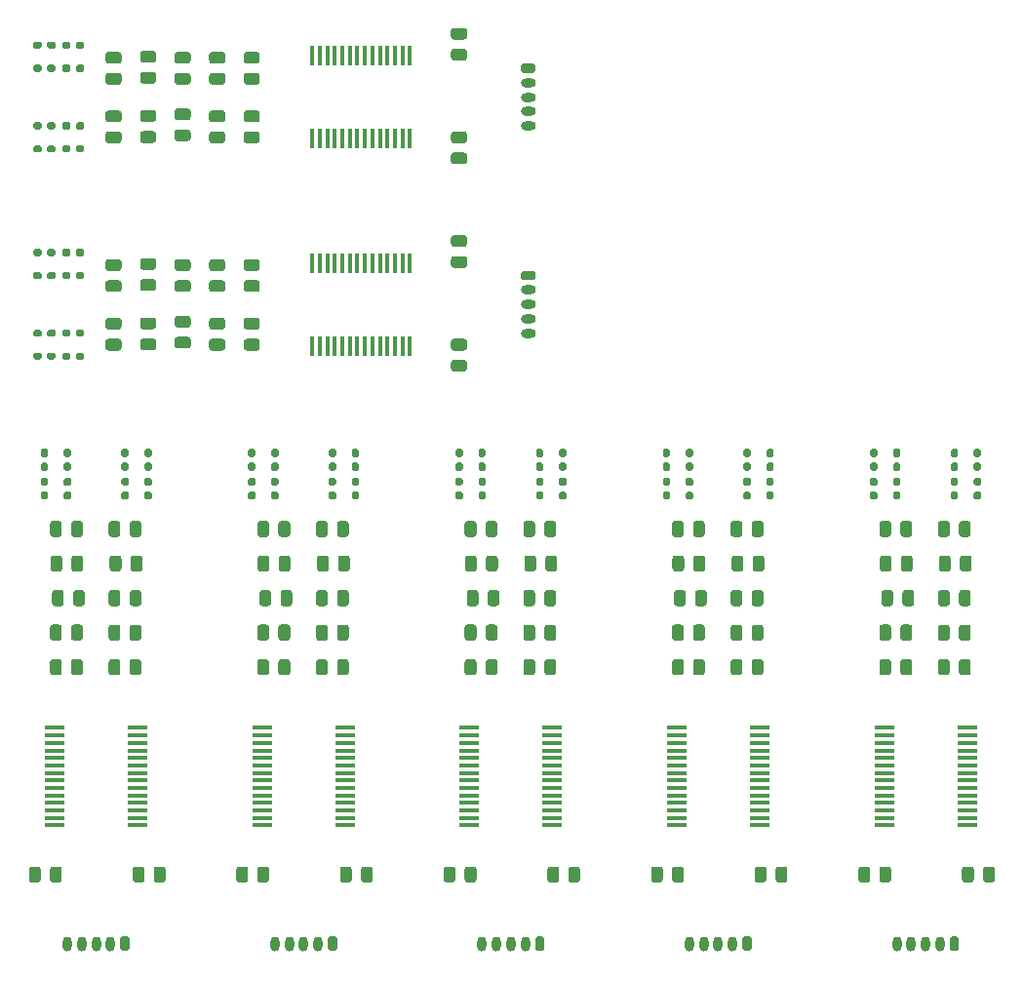
<source format=gbs>
%MOIN*%
%OFA0B0*%
%FSLAX46Y46*%
%IPPOS*%
%LPD*%
%ADD10O,0.031496062992125991X0.051181102362204731*%
%ADD11R,0.068897637795275593X0.017716535433070866*%
%ADD22O,0.051181102362204731X0.031496062992125991*%
%ADD23R,0.017716535433070866X0.068897637795275593*%
%ADD24O,0.051181102362204731X0.031496062992125991*%
%ADD25R,0.017716535433070866X0.068897637795275593*%
%ADD26O,0.031496062992125991X0.051181102362204731*%
%ADD27R,0.068897637795275593X0.017716535433070866*%
%ADD28O,0.031496062992125991X0.051181102362204731*%
%ADD29R,0.068897637795275593X0.017716535433070866*%
%ADD30O,0.031496062992125991X0.051181102362204731*%
%ADD31R,0.068897637795275593X0.017716535433070866*%
%ADD32O,0.031496062992125991X0.051181102362204731*%
%ADD33R,0.068897637795275593X0.017716535433070866*%
G01*
D10*
X-0007716535Y0003818897D02*
X0000196850Y0000196850D03*
X0000246062Y0000196850D03*
X0000295275Y0000196850D03*
X0000344488Y0000196850D03*
G36*
G01*
X0000409448Y0000214566D02*
X0000409448Y0000179133D01*
G75*
G02*
X0000401574Y0000171259I-0000007874D01*
G01*
X0000385826Y0000171259D01*
G75*
G02*
X0000377952Y0000179133J0000007874D01*
G01*
X0000377952Y0000214566D01*
G75*
G02*
X0000385826Y0000222440I0000007874D01*
G01*
X0000401574Y0000222440D01*
G75*
G02*
X0000409448Y0000214566J-0000007874D01*
G01*
G37*
G36*
G01*
X0000137303Y0000415354D02*
X0000137303Y0000450787D01*
G75*
G02*
X0000147145Y0000460629I0000009842D01*
G01*
X0000167814Y0000460629D01*
G75*
G02*
X0000177657Y0000450787J-0000009842D01*
G01*
X0000177657Y0000415354D01*
G75*
G02*
X0000167814Y0000405511I-0000009842D01*
G01*
X0000147145Y0000405511D01*
G75*
G02*
X0000137303Y0000415354J0000009842D01*
G01*
G37*
G36*
G01*
X0000065452Y0000415354D02*
X0000065452Y0000450787D01*
G75*
G02*
X0000075295Y0000460629I0000009842D01*
G01*
X0000095964Y0000460629D01*
G75*
G02*
X0000105807Y0000450787J-0000009842D01*
G01*
X0000105807Y0000415354D01*
G75*
G02*
X0000095964Y0000405511I-0000009842D01*
G01*
X0000075295Y0000405511D01*
G75*
G02*
X0000065452Y0000415354J0000009842D01*
G01*
G37*
G36*
G01*
X0000460137Y0000450787D02*
X0000460137Y0000415354D01*
G75*
G02*
X0000450295Y0000405511I-0000009842D01*
G01*
X0000429625Y0000405511D01*
G75*
G02*
X0000419783Y0000415354J0000009842D01*
G01*
X0000419783Y0000450787D01*
G75*
G02*
X0000429625Y0000460629I0000009842D01*
G01*
X0000450295Y0000460629D01*
G75*
G02*
X0000460137Y0000450787J-0000009842D01*
G01*
G37*
G36*
G01*
X0000531988Y0000450787D02*
X0000531988Y0000415354D01*
G75*
G02*
X0000522145Y0000405511I-0000009842D01*
G01*
X0000501476Y0000405511D01*
G75*
G02*
X0000491633Y0000415354J0000009842D01*
G01*
X0000491633Y0000450787D01*
G75*
G02*
X0000501476Y0000460629I0000009842D01*
G01*
X0000522145Y0000460629D01*
G75*
G02*
X0000531988Y0000450787J-0000009842D01*
G01*
G37*
D11*
X0000437007Y0000601377D03*
X0000437007Y0000626968D03*
X0000437007Y0000652559D03*
X0000437007Y0000678149D03*
X0000437007Y0000703740D03*
X0000437007Y0000729330D03*
X0000437007Y0000754921D03*
X0000437007Y0000780511D03*
X0000437007Y0000806102D03*
X0000437007Y0000831692D03*
X0000437007Y0000857283D03*
X0000437007Y0000882873D03*
X0000437007Y0000908464D03*
X0000437007Y0000934055D03*
X0000153543Y0000934055D03*
X0000153543Y0000908464D03*
X0000153543Y0000882873D03*
X0000153543Y0000857283D03*
X0000153543Y0000831692D03*
X0000153543Y0000806102D03*
X0000153543Y0000780511D03*
X0000153543Y0000754921D03*
X0000153543Y0000729330D03*
X0000153543Y0000703740D03*
X0000153543Y0000678149D03*
X0000153543Y0000652559D03*
X0000153543Y0000626968D03*
X0000153543Y0000601377D03*
G36*
G01*
X0000478740Y0001761417D02*
X0000466141Y0001761417D01*
G75*
G02*
X0000459842Y0001767716J0000006299D01*
G01*
X0000459842Y0001783267D01*
G75*
G02*
X0000466141Y0001789566I0000006299D01*
G01*
X0000478740Y0001789566D01*
G75*
G02*
X0000485039Y0001783267J-0000006299D01*
G01*
X0000485039Y0001767716D01*
G75*
G02*
X0000478740Y0001761417I-0000006299D01*
G01*
G37*
G36*
G01*
X0000478740Y0001714370D02*
X0000466141Y0001714370D01*
G75*
G02*
X0000459842Y0001720669J0000006299D01*
G01*
X0000459842Y0001736220D01*
G75*
G02*
X0000466141Y0001742519I0000006299D01*
G01*
X0000478740Y0001742519D01*
G75*
G02*
X0000485039Y0001736220J-0000006299D01*
G01*
X0000485039Y0001720669D01*
G75*
G02*
X0000478740Y0001714370I-0000006299D01*
G01*
G37*
G36*
G01*
X0000203149Y0001761417D02*
X0000190551Y0001761417D01*
G75*
G02*
X0000184251Y0001767716J0000006299D01*
G01*
X0000184251Y0001783267D01*
G75*
G02*
X0000190551Y0001789566I0000006299D01*
G01*
X0000203149Y0001789566D01*
G75*
G02*
X0000209448Y0001783267J-0000006299D01*
G01*
X0000209448Y0001767716D01*
G75*
G02*
X0000203149Y0001761417I-0000006299D01*
G01*
G37*
G36*
G01*
X0000203149Y0001714370D02*
X0000190551Y0001714370D01*
G75*
G02*
X0000184251Y0001720669J0000006299D01*
G01*
X0000184251Y0001736220D01*
G75*
G02*
X0000190551Y0001742519I0000006299D01*
G01*
X0000203149Y0001742519D01*
G75*
G02*
X0000209448Y0001736220J-0000006299D01*
G01*
X0000209448Y0001720669D01*
G75*
G02*
X0000203149Y0001714370I-0000006299D01*
G01*
G37*
G36*
G01*
X0000399999Y0001859842D02*
X0000387401Y0001859842D01*
G75*
G02*
X0000381102Y0001866141J0000006299D01*
G01*
X0000381102Y0001881692D01*
G75*
G02*
X0000387401Y0001887992I0000006299D01*
G01*
X0000399999Y0001887992D01*
G75*
G02*
X0000406299Y0001881692J-0000006299D01*
G01*
X0000406299Y0001866141D01*
G75*
G02*
X0000399999Y0001859842I-0000006299D01*
G01*
G37*
G36*
G01*
X0000399999Y0001812795D02*
X0000387401Y0001812795D01*
G75*
G02*
X0000381102Y0001819094J0000006299D01*
G01*
X0000381102Y0001834645D01*
G75*
G02*
X0000387401Y0001840944I0000006299D01*
G01*
X0000399999Y0001840944D01*
G75*
G02*
X0000406299Y0001834645J-0000006299D01*
G01*
X0000406299Y0001819094D01*
G75*
G02*
X0000399999Y0001812795I-0000006299D01*
G01*
G37*
G36*
G01*
X0000203149Y0001859842D02*
X0000190551Y0001859842D01*
G75*
G02*
X0000184251Y0001866141J0000006299D01*
G01*
X0000184251Y0001881692D01*
G75*
G02*
X0000190551Y0001887992I0000006299D01*
G01*
X0000203149Y0001887992D01*
G75*
G02*
X0000209448Y0001881692J-0000006299D01*
G01*
X0000209448Y0001866141D01*
G75*
G02*
X0000203149Y0001859842I-0000006299D01*
G01*
G37*
G36*
G01*
X0000203149Y0001812795D02*
X0000190551Y0001812795D01*
G75*
G02*
X0000184251Y0001819094J0000006299D01*
G01*
X0000184251Y0001834645D01*
G75*
G02*
X0000190551Y0001840944I0000006299D01*
G01*
X0000203149Y0001840944D01*
G75*
G02*
X0000209448Y0001834645J-0000006299D01*
G01*
X0000209448Y0001819094D01*
G75*
G02*
X0000203149Y0001812795I-0000006299D01*
G01*
G37*
G36*
G01*
X0000409448Y0001124015D02*
X0000409448Y0001159448D01*
G75*
G02*
X0000419291Y0001169291I0000009842D01*
G01*
X0000439960Y0001169291D01*
G75*
G02*
X0000449803Y0001159448J-0000009842D01*
G01*
X0000449803Y0001124015D01*
G75*
G02*
X0000439960Y0001114173I-0000009842D01*
G01*
X0000419291Y0001114173D01*
G75*
G02*
X0000409448Y0001124015J0000009842D01*
G01*
G37*
G36*
G01*
X0000337598Y0001124015D02*
X0000337598Y0001159448D01*
G75*
G02*
X0000347440Y0001169291I0000009842D01*
G01*
X0000368110Y0001169291D01*
G75*
G02*
X0000377952Y0001159448J-0000009842D01*
G01*
X0000377952Y0001124015D01*
G75*
G02*
X0000368110Y0001114173I-0000009842D01*
G01*
X0000347440Y0001114173D01*
G75*
G02*
X0000337598Y0001124015J0000009842D01*
G01*
G37*
G36*
G01*
X0000177657Y0001159448D02*
X0000177657Y0001124015D01*
G75*
G02*
X0000167814Y0001114173I-0000009842D01*
G01*
X0000147145Y0001114173D01*
G75*
G02*
X0000137303Y0001124015J0000009842D01*
G01*
X0000137303Y0001159448D01*
G75*
G02*
X0000147145Y0001169291I0000009842D01*
G01*
X0000167814Y0001169291D01*
G75*
G02*
X0000177657Y0001159448J-0000009842D01*
G01*
G37*
G36*
G01*
X0000249507Y0001159448D02*
X0000249507Y0001124015D01*
G75*
G02*
X0000239665Y0001114173I-0000009842D01*
G01*
X0000218996Y0001114173D01*
G75*
G02*
X0000209153Y0001124015J0000009842D01*
G01*
X0000209153Y0001159448D01*
G75*
G02*
X0000218996Y0001169291I0000009842D01*
G01*
X0000239665Y0001169291D01*
G75*
G02*
X0000249507Y0001159448J-0000009842D01*
G01*
G37*
G36*
G01*
X0000409448Y0001241929D02*
X0000409448Y0001277362D01*
G75*
G02*
X0000419291Y0001287204I0000009842D01*
G01*
X0000439960Y0001287204D01*
G75*
G02*
X0000449803Y0001277362J-0000009842D01*
G01*
X0000449803Y0001241929D01*
G75*
G02*
X0000439960Y0001232086I-0000009842D01*
G01*
X0000419291Y0001232086D01*
G75*
G02*
X0000409448Y0001241929J0000009842D01*
G01*
G37*
G36*
G01*
X0000337598Y0001241929D02*
X0000337598Y0001277362D01*
G75*
G02*
X0000347440Y0001287204I0000009842D01*
G01*
X0000368110Y0001287204D01*
G75*
G02*
X0000377952Y0001277362J-0000009842D01*
G01*
X0000377952Y0001241929D01*
G75*
G02*
X0000368110Y0001232086I-0000009842D01*
G01*
X0000347440Y0001232086D01*
G75*
G02*
X0000337598Y0001241929J0000009842D01*
G01*
G37*
G36*
G01*
X0000177657Y0001277559D02*
X0000177657Y0001242125D01*
G75*
G02*
X0000167814Y0001232283I-0000009842D01*
G01*
X0000147145Y0001232283D01*
G75*
G02*
X0000137303Y0001242125J0000009842D01*
G01*
X0000137303Y0001277559D01*
G75*
G02*
X0000147145Y0001287401I0000009842D01*
G01*
X0000167814Y0001287401D01*
G75*
G02*
X0000177657Y0001277559J-0000009842D01*
G01*
G37*
G36*
G01*
X0000249507Y0001277559D02*
X0000249507Y0001242125D01*
G75*
G02*
X0000239665Y0001232283I-0000009842D01*
G01*
X0000218996Y0001232283D01*
G75*
G02*
X0000209153Y0001242125J0000009842D01*
G01*
X0000209153Y0001277559D01*
G75*
G02*
X0000218996Y0001287401I0000009842D01*
G01*
X0000239665Y0001287401D01*
G75*
G02*
X0000249507Y0001277559J-0000009842D01*
G01*
G37*
G36*
G01*
X0000409448Y0001360236D02*
X0000409448Y0001395669D01*
G75*
G02*
X0000419291Y0001405511I0000009842D01*
G01*
X0000439960Y0001405511D01*
G75*
G02*
X0000449803Y0001395669J-0000009842D01*
G01*
X0000449803Y0001360236D01*
G75*
G02*
X0000439960Y0001350393I-0000009842D01*
G01*
X0000419291Y0001350393D01*
G75*
G02*
X0000409448Y0001360236J0000009842D01*
G01*
G37*
G36*
G01*
X0000337598Y0001360236D02*
X0000337598Y0001395669D01*
G75*
G02*
X0000347440Y0001405511I0000009842D01*
G01*
X0000368110Y0001405511D01*
G75*
G02*
X0000377952Y0001395669J-0000009842D01*
G01*
X0000377952Y0001360236D01*
G75*
G02*
X0000368110Y0001350393I-0000009842D01*
G01*
X0000347440Y0001350393D01*
G75*
G02*
X0000337598Y0001360236J0000009842D01*
G01*
G37*
G36*
G01*
X0000184547Y0001395669D02*
X0000184547Y0001360236D01*
G75*
G02*
X0000174704Y0001350393I-0000009842D01*
G01*
X0000154035Y0001350393D01*
G75*
G02*
X0000144192Y0001360236J0000009842D01*
G01*
X0000144192Y0001395669D01*
G75*
G02*
X0000154035Y0001405511I0000009842D01*
G01*
X0000174704Y0001405511D01*
G75*
G02*
X0000184547Y0001395669J-0000009842D01*
G01*
G37*
G36*
G01*
X0000256397Y0001395669D02*
X0000256397Y0001360236D01*
G75*
G02*
X0000246555Y0001350393I-0000009842D01*
G01*
X0000225885Y0001350393D01*
G75*
G02*
X0000216043Y0001360236J0000009842D01*
G01*
X0000216043Y0001395669D01*
G75*
G02*
X0000225885Y0001405511I0000009842D01*
G01*
X0000246555Y0001405511D01*
G75*
G02*
X0000256397Y0001395669J-0000009842D01*
G01*
G37*
G36*
G01*
X0000412893Y0001478346D02*
X0000412893Y0001513779D01*
G75*
G02*
X0000422736Y0001523622I0000009842D01*
G01*
X0000443405Y0001523622D01*
G75*
G02*
X0000453247Y0001513779J-0000009842D01*
G01*
X0000453247Y0001478346D01*
G75*
G02*
X0000443405Y0001468503I-0000009842D01*
G01*
X0000422736Y0001468503D01*
G75*
G02*
X0000412893Y0001478346J0000009842D01*
G01*
G37*
G36*
G01*
X0000341043Y0001478346D02*
X0000341043Y0001513779D01*
G75*
G02*
X0000350885Y0001523622I0000009842D01*
G01*
X0000371555Y0001523622D01*
G75*
G02*
X0000381397Y0001513779J-0000009842D01*
G01*
X0000381397Y0001478346D01*
G75*
G02*
X0000371555Y0001468503I-0000009842D01*
G01*
X0000350885Y0001468503D01*
G75*
G02*
X0000341043Y0001478346J0000009842D01*
G01*
G37*
G36*
G01*
X0000178874Y0001513544D02*
X0000178874Y0001478111D01*
G75*
G02*
X0000169031Y0001468269I-0000009842D01*
G01*
X0000148362Y0001468269D01*
G75*
G02*
X0000138519Y0001478111J0000009842D01*
G01*
X0000138519Y0001513544D01*
G75*
G02*
X0000148362Y0001523387I0000009842D01*
G01*
X0000169031Y0001523387D01*
G75*
G02*
X0000178874Y0001513544J-0000009842D01*
G01*
G37*
G36*
G01*
X0000250724Y0001513544D02*
X0000250724Y0001478111D01*
G75*
G02*
X0000240881Y0001468269I-0000009842D01*
G01*
X0000220212Y0001468269D01*
G75*
G02*
X0000210370Y0001478111J0000009842D01*
G01*
X0000210370Y0001513544D01*
G75*
G02*
X0000220212Y0001523387I0000009842D01*
G01*
X0000240881Y0001523387D01*
G75*
G02*
X0000250724Y0001513544J-0000009842D01*
G01*
G37*
G36*
G01*
X0000409448Y0001596456D02*
X0000409448Y0001631889D01*
G75*
G02*
X0000419291Y0001641732I0000009842D01*
G01*
X0000439960Y0001641732D01*
G75*
G02*
X0000449803Y0001631889J-0000009842D01*
G01*
X0000449803Y0001596456D01*
G75*
G02*
X0000439960Y0001586614I-0000009842D01*
G01*
X0000419291Y0001586614D01*
G75*
G02*
X0000409448Y0001596456J0000009842D01*
G01*
G37*
G36*
G01*
X0000337598Y0001596456D02*
X0000337598Y0001631889D01*
G75*
G02*
X0000347440Y0001641732I0000009842D01*
G01*
X0000368110Y0001641732D01*
G75*
G02*
X0000377952Y0001631889J-0000009842D01*
G01*
X0000377952Y0001596456D01*
G75*
G02*
X0000368110Y0001586614I-0000009842D01*
G01*
X0000347440Y0001586614D01*
G75*
G02*
X0000337598Y0001596456J0000009842D01*
G01*
G37*
G36*
G01*
X0000177657Y0001631889D02*
X0000177657Y0001596456D01*
G75*
G02*
X0000167814Y0001586614I-0000009842D01*
G01*
X0000147145Y0001586614D01*
G75*
G02*
X0000137303Y0001596456J0000009842D01*
G01*
X0000137303Y0001631889D01*
G75*
G02*
X0000147145Y0001641732I0000009842D01*
G01*
X0000167814Y0001641732D01*
G75*
G02*
X0000177657Y0001631889J-0000009842D01*
G01*
G37*
G36*
G01*
X0000249507Y0001631889D02*
X0000249507Y0001596456D01*
G75*
G02*
X0000239665Y0001586614I-0000009842D01*
G01*
X0000218996Y0001586614D01*
G75*
G02*
X0000209153Y0001596456J0000009842D01*
G01*
X0000209153Y0001631889D01*
G75*
G02*
X0000218996Y0001641732I0000009842D01*
G01*
X0000239665Y0001641732D01*
G75*
G02*
X0000249507Y0001631889J-0000009842D01*
G01*
G37*
G36*
G01*
X0000399999Y0001761417D02*
X0000387401Y0001761417D01*
G75*
G02*
X0000381102Y0001767716J0000006299D01*
G01*
X0000381102Y0001783267D01*
G75*
G02*
X0000387401Y0001789566I0000006299D01*
G01*
X0000399999Y0001789566D01*
G75*
G02*
X0000406299Y0001783267J-0000006299D01*
G01*
X0000406299Y0001767716D01*
G75*
G02*
X0000399999Y0001761417I-0000006299D01*
G01*
G37*
G36*
G01*
X0000399999Y0001714370D02*
X0000387401Y0001714370D01*
G75*
G02*
X0000381102Y0001720669J0000006299D01*
G01*
X0000381102Y0001736220D01*
G75*
G02*
X0000387401Y0001742519I0000006299D01*
G01*
X0000399999Y0001742519D01*
G75*
G02*
X0000406299Y0001736220J-0000006299D01*
G01*
X0000406299Y0001720669D01*
G75*
G02*
X0000399999Y0001714370I-0000006299D01*
G01*
G37*
G36*
G01*
X0000124409Y0001761417D02*
X0000111811Y0001761417D01*
G75*
G02*
X0000105511Y0001767716J0000006299D01*
G01*
X0000105511Y0001783267D01*
G75*
G02*
X0000111811Y0001789566I0000006299D01*
G01*
X0000124409Y0001789566D01*
G75*
G02*
X0000130708Y0001783267J-0000006299D01*
G01*
X0000130708Y0001767716D01*
G75*
G02*
X0000124409Y0001761417I-0000006299D01*
G01*
G37*
G36*
G01*
X0000124409Y0001714370D02*
X0000111811Y0001714370D01*
G75*
G02*
X0000105511Y0001720669J0000006299D01*
G01*
X0000105511Y0001736220D01*
G75*
G02*
X0000111811Y0001742519I0000006299D01*
G01*
X0000124409Y0001742519D01*
G75*
G02*
X0000130708Y0001736220J-0000006299D01*
G01*
X0000130708Y0001720669D01*
G75*
G02*
X0000124409Y0001714370I-0000006299D01*
G01*
G37*
G36*
G01*
X0000478740Y0001859842D02*
X0000466141Y0001859842D01*
G75*
G02*
X0000459842Y0001866141J0000006299D01*
G01*
X0000459842Y0001881692D01*
G75*
G02*
X0000466141Y0001887992I0000006299D01*
G01*
X0000478740Y0001887992D01*
G75*
G02*
X0000485039Y0001881692J-0000006299D01*
G01*
X0000485039Y0001866141D01*
G75*
G02*
X0000478740Y0001859842I-0000006299D01*
G01*
G37*
G36*
G01*
X0000478740Y0001812795D02*
X0000466141Y0001812795D01*
G75*
G02*
X0000459842Y0001819094J0000006299D01*
G01*
X0000459842Y0001834645D01*
G75*
G02*
X0000466141Y0001840944I0000006299D01*
G01*
X0000478740Y0001840944D01*
G75*
G02*
X0000485039Y0001834645J-0000006299D01*
G01*
X0000485039Y0001819094D01*
G75*
G02*
X0000478740Y0001812795I-0000006299D01*
G01*
G37*
G36*
G01*
X0000124409Y0001859842D02*
X0000111811Y0001859842D01*
G75*
G02*
X0000105511Y0001866141J0000006299D01*
G01*
X0000105511Y0001881692D01*
G75*
G02*
X0000111811Y0001887992I0000006299D01*
G01*
X0000124409Y0001887992D01*
G75*
G02*
X0000130708Y0001881692J-0000006299D01*
G01*
X0000130708Y0001866141D01*
G75*
G02*
X0000124409Y0001859842I-0000006299D01*
G01*
G37*
G36*
G01*
X0000124409Y0001812795D02*
X0000111811Y0001812795D01*
G75*
G02*
X0000105511Y0001819094J0000006299D01*
G01*
X0000105511Y0001834645D01*
G75*
G02*
X0000111811Y0001840944I0000006299D01*
G01*
X0000124409Y0001840944D01*
G75*
G02*
X0000130708Y0001834645J-0000006299D01*
G01*
X0000130708Y0001819094D01*
G75*
G02*
X0000124409Y0001812795I-0000006299D01*
G01*
G37*
G04 next file*
G04 #@! TF.GenerationSoftware,KiCad,Pcbnew,(5.1.10)-1*
G04 #@! TF.CreationDate,2021-09-22T20:54:56-07:00*
G04 #@! TF.ProjectId,project,70726f6a-6563-4742-9e6b-696361645f70,rev?*
G04 #@! TF.SameCoordinates,Original*
G04 #@! TF.FileFunction,Soldermask,Bot*
G04 #@! TF.FilePolarity,Negative*
G04 Gerber Fmt 4.6, Leading zero omitted, Abs format (unit mm)*
G04 Created by KiCad (PCBNEW (5.1.10)-1) date 2021-09-22 20:54:56*
G01*
G04 APERTURE LIST*
G04 APERTURE END LIST*
D22*
X-0001850393Y-0005629921D02*
X0001771653Y0002283464D03*
X0001771653Y0002332677D03*
X0001771653Y0002381889D03*
X0001771653Y0002431102D03*
G36*
G01*
X0001753937Y0002496062D02*
X0001789370Y0002496062D01*
G75*
G02*
X0001797244Y0002488188J-0000007874D01*
G01*
X0001797244Y0002472440D01*
G75*
G02*
X0001789370Y0002464566I-0000007874D01*
G01*
X0001753937Y0002464566D01*
G75*
G02*
X0001746062Y0002472440J0000007874D01*
G01*
X0001746062Y0002488188D01*
G75*
G02*
X0001753937Y0002496062I0000007874D01*
G01*
G37*
G36*
G01*
X0001553149Y0002223917D02*
X0001517716Y0002223917D01*
G75*
G02*
X0001507874Y0002233759J0000009842D01*
G01*
X0001507874Y0002254429D01*
G75*
G02*
X0001517716Y0002264271I0000009842D01*
G01*
X0001553149Y0002264271D01*
G75*
G02*
X0001562992Y0002254429J-0000009842D01*
G01*
X0001562992Y0002233759D01*
G75*
G02*
X0001553149Y0002223917I-0000009842D01*
G01*
G37*
G36*
G01*
X0001553149Y0002152066D02*
X0001517716Y0002152066D01*
G75*
G02*
X0001507874Y0002161909J0000009842D01*
G01*
X0001507874Y0002182578D01*
G75*
G02*
X0001517716Y0002192421I0000009842D01*
G01*
X0001553149Y0002192421D01*
G75*
G02*
X0001562992Y0002182578J-0000009842D01*
G01*
X0001562992Y0002161909D01*
G75*
G02*
X0001553149Y0002152066I-0000009842D01*
G01*
G37*
G36*
G01*
X0001517716Y0002546751D02*
X0001553149Y0002546751D01*
G75*
G02*
X0001562992Y0002536909J-0000009842D01*
G01*
X0001562992Y0002516240D01*
G75*
G02*
X0001553149Y0002506397I-0000009842D01*
G01*
X0001517716Y0002506397D01*
G75*
G02*
X0001507874Y0002516240J0000009842D01*
G01*
X0001507874Y0002536909D01*
G75*
G02*
X0001517716Y0002546751I0000009842D01*
G01*
G37*
G36*
G01*
X0001517716Y0002618602D02*
X0001553149Y0002618602D01*
G75*
G02*
X0001562992Y0002608759J-0000009842D01*
G01*
X0001562992Y0002588090D01*
G75*
G02*
X0001553149Y0002578248I-0000009842D01*
G01*
X0001517716Y0002578248D01*
G75*
G02*
X0001507874Y0002588090J0000009842D01*
G01*
X0001507874Y0002608759D01*
G75*
G02*
X0001517716Y0002618602I0000009842D01*
G01*
G37*
D23*
X0001367125Y0002523622D03*
X0001341535Y0002523622D03*
X0001315944Y0002523622D03*
X0001290354Y0002523622D03*
X0001264763Y0002523622D03*
X0001239173Y0002523622D03*
X0001213582Y0002523622D03*
X0001187992Y0002523622D03*
X0001162401Y0002523622D03*
X0001136811Y0002523622D03*
X0001111220Y0002523622D03*
X0001085629Y0002523622D03*
X0001060039Y0002523622D03*
X0001034448Y0002523622D03*
X0001034448Y0002240157D03*
X0001060039Y0002240157D03*
X0001085629Y0002240157D03*
X0001111220Y0002240157D03*
X0001136811Y0002240157D03*
X0001162401Y0002240157D03*
X0001187992Y0002240157D03*
X0001213582Y0002240157D03*
X0001239173Y0002240157D03*
X0001264763Y0002240157D03*
X0001290354Y0002240157D03*
X0001315944Y0002240157D03*
X0001341535Y0002240157D03*
X0001367125Y0002240157D03*
G36*
G01*
X0000207086Y0002565354D02*
X0000207086Y0002552755D01*
G75*
G02*
X0000200787Y0002546456I-0000006299D01*
G01*
X0000185236Y0002546456D01*
G75*
G02*
X0000178937Y0002552755J0000006299D01*
G01*
X0000178937Y0002565354D01*
G75*
G02*
X0000185236Y0002571653I0000006299D01*
G01*
X0000200787Y0002571653D01*
G75*
G02*
X0000207086Y0002565354J-0000006299D01*
G01*
G37*
G36*
G01*
X0000254133Y0002565354D02*
X0000254133Y0002552755D01*
G75*
G02*
X0000247834Y0002546456I-0000006299D01*
G01*
X0000232283Y0002546456D01*
G75*
G02*
X0000225984Y0002552755J0000006299D01*
G01*
X0000225984Y0002565354D01*
G75*
G02*
X0000232283Y0002571653I0000006299D01*
G01*
X0000247834Y0002571653D01*
G75*
G02*
X0000254133Y0002565354J-0000006299D01*
G01*
G37*
G36*
G01*
X0000207086Y0002289763D02*
X0000207086Y0002277165D01*
G75*
G02*
X0000200787Y0002270866I-0000006299D01*
G01*
X0000185236Y0002270866D01*
G75*
G02*
X0000178937Y0002277165J0000006299D01*
G01*
X0000178937Y0002289763D01*
G75*
G02*
X0000185236Y0002296062I0000006299D01*
G01*
X0000200787Y0002296062D01*
G75*
G02*
X0000207086Y0002289763J-0000006299D01*
G01*
G37*
G36*
G01*
X0000254133Y0002289763D02*
X0000254133Y0002277165D01*
G75*
G02*
X0000247834Y0002270866I-0000006299D01*
G01*
X0000232283Y0002270866D01*
G75*
G02*
X0000225984Y0002277165J0000006299D01*
G01*
X0000225984Y0002289763D01*
G75*
G02*
X0000232283Y0002296062I0000006299D01*
G01*
X0000247834Y0002296062D01*
G75*
G02*
X0000254133Y0002289763J-0000006299D01*
G01*
G37*
G36*
G01*
X0000108661Y0002486614D02*
X0000108661Y0002474015D01*
G75*
G02*
X0000102362Y0002467716I-0000006299D01*
G01*
X0000086811Y0002467716D01*
G75*
G02*
X0000080511Y0002474015J0000006299D01*
G01*
X0000080511Y0002486614D01*
G75*
G02*
X0000086811Y0002492913I0000006299D01*
G01*
X0000102362Y0002492913D01*
G75*
G02*
X0000108661Y0002486614J-0000006299D01*
G01*
G37*
G36*
G01*
X0000155708Y0002486614D02*
X0000155708Y0002474015D01*
G75*
G02*
X0000149409Y0002467716I-0000006299D01*
G01*
X0000133858Y0002467716D01*
G75*
G02*
X0000127559Y0002474015J0000006299D01*
G01*
X0000127559Y0002486614D01*
G75*
G02*
X0000133858Y0002492913I0000006299D01*
G01*
X0000149409Y0002492913D01*
G75*
G02*
X0000155708Y0002486614J-0000006299D01*
G01*
G37*
G36*
G01*
X0000108661Y0002289763D02*
X0000108661Y0002277165D01*
G75*
G02*
X0000102362Y0002270866I-0000006299D01*
G01*
X0000086811Y0002270866D01*
G75*
G02*
X0000080511Y0002277165J0000006299D01*
G01*
X0000080511Y0002289763D01*
G75*
G02*
X0000086811Y0002296062I0000006299D01*
G01*
X0000102362Y0002296062D01*
G75*
G02*
X0000108661Y0002289763J-0000006299D01*
G01*
G37*
G36*
G01*
X0000155708Y0002289763D02*
X0000155708Y0002277165D01*
G75*
G02*
X0000149409Y0002270866I-0000006299D01*
G01*
X0000133858Y0002270866D01*
G75*
G02*
X0000127559Y0002277165J0000006299D01*
G01*
X0000127559Y0002289763D01*
G75*
G02*
X0000133858Y0002296062I0000006299D01*
G01*
X0000149409Y0002296062D01*
G75*
G02*
X0000155708Y0002289763J-0000006299D01*
G01*
G37*
G36*
G01*
X0000844488Y0002496062D02*
X0000809055Y0002496062D01*
G75*
G02*
X0000799212Y0002505905J0000009842D01*
G01*
X0000799212Y0002526574D01*
G75*
G02*
X0000809055Y0002536417I0000009842D01*
G01*
X0000844488Y0002536417D01*
G75*
G02*
X0000854330Y0002526574J-0000009842D01*
G01*
X0000854330Y0002505905D01*
G75*
G02*
X0000844488Y0002496062I-0000009842D01*
G01*
G37*
G36*
G01*
X0000844488Y0002424212D02*
X0000809055Y0002424212D01*
G75*
G02*
X0000799212Y0002434055J0000009842D01*
G01*
X0000799212Y0002454724D01*
G75*
G02*
X0000809055Y0002464566I0000009842D01*
G01*
X0000844488Y0002464566D01*
G75*
G02*
X0000854330Y0002454724J-0000009842D01*
G01*
X0000854330Y0002434055D01*
G75*
G02*
X0000844488Y0002424212I-0000009842D01*
G01*
G37*
G36*
G01*
X0000809055Y0002264271D02*
X0000844488Y0002264271D01*
G75*
G02*
X0000854330Y0002254429J-0000009842D01*
G01*
X0000854330Y0002233759D01*
G75*
G02*
X0000844488Y0002223917I-0000009842D01*
G01*
X0000809055Y0002223917D01*
G75*
G02*
X0000799212Y0002233759J0000009842D01*
G01*
X0000799212Y0002254429D01*
G75*
G02*
X0000809055Y0002264271I0000009842D01*
G01*
G37*
G36*
G01*
X0000809055Y0002336122D02*
X0000844488Y0002336122D01*
G75*
G02*
X0000854330Y0002326279J-0000009842D01*
G01*
X0000854330Y0002305610D01*
G75*
G02*
X0000844488Y0002295767I-0000009842D01*
G01*
X0000809055Y0002295767D01*
G75*
G02*
X0000799212Y0002305610J0000009842D01*
G01*
X0000799212Y0002326279D01*
G75*
G02*
X0000809055Y0002336122I0000009842D01*
G01*
G37*
G36*
G01*
X0000726574Y0002496062D02*
X0000691141Y0002496062D01*
G75*
G02*
X0000681299Y0002505905J0000009842D01*
G01*
X0000681299Y0002526574D01*
G75*
G02*
X0000691141Y0002536417I0000009842D01*
G01*
X0000726574Y0002536417D01*
G75*
G02*
X0000736417Y0002526574J-0000009842D01*
G01*
X0000736417Y0002505905D01*
G75*
G02*
X0000726574Y0002496062I-0000009842D01*
G01*
G37*
G36*
G01*
X0000726574Y0002424212D02*
X0000691141Y0002424212D01*
G75*
G02*
X0000681299Y0002434055J0000009842D01*
G01*
X0000681299Y0002454724D01*
G75*
G02*
X0000691141Y0002464566I0000009842D01*
G01*
X0000726574Y0002464566D01*
G75*
G02*
X0000736417Y0002454724J-0000009842D01*
G01*
X0000736417Y0002434055D01*
G75*
G02*
X0000726574Y0002424212I-0000009842D01*
G01*
G37*
G36*
G01*
X0000690944Y0002264271D02*
X0000726377Y0002264271D01*
G75*
G02*
X0000736220Y0002254429J-0000009842D01*
G01*
X0000736220Y0002233759D01*
G75*
G02*
X0000726377Y0002223917I-0000009842D01*
G01*
X0000690944Y0002223917D01*
G75*
G02*
X0000681102Y0002233759J0000009842D01*
G01*
X0000681102Y0002254429D01*
G75*
G02*
X0000690944Y0002264271I0000009842D01*
G01*
G37*
G36*
G01*
X0000690944Y0002336122D02*
X0000726377Y0002336122D01*
G75*
G02*
X0000736220Y0002326279J-0000009842D01*
G01*
X0000736220Y0002305610D01*
G75*
G02*
X0000726377Y0002295767I-0000009842D01*
G01*
X0000690944Y0002295767D01*
G75*
G02*
X0000681102Y0002305610J0000009842D01*
G01*
X0000681102Y0002326279D01*
G75*
G02*
X0000690944Y0002336122I0000009842D01*
G01*
G37*
G36*
G01*
X0000608267Y0002496062D02*
X0000572834Y0002496062D01*
G75*
G02*
X0000562992Y0002505905J0000009842D01*
G01*
X0000562992Y0002526574D01*
G75*
G02*
X0000572834Y0002536417I0000009842D01*
G01*
X0000608267Y0002536417D01*
G75*
G02*
X0000618110Y0002526574J-0000009842D01*
G01*
X0000618110Y0002505905D01*
G75*
G02*
X0000608267Y0002496062I-0000009842D01*
G01*
G37*
G36*
G01*
X0000608267Y0002424212D02*
X0000572834Y0002424212D01*
G75*
G02*
X0000562992Y0002434055J0000009842D01*
G01*
X0000562992Y0002454724D01*
G75*
G02*
X0000572834Y0002464566I0000009842D01*
G01*
X0000608267Y0002464566D01*
G75*
G02*
X0000618110Y0002454724J-0000009842D01*
G01*
X0000618110Y0002434055D01*
G75*
G02*
X0000608267Y0002424212I-0000009842D01*
G01*
G37*
G36*
G01*
X0000572834Y0002271161D02*
X0000608267Y0002271161D01*
G75*
G02*
X0000618110Y0002261318J-0000009842D01*
G01*
X0000618110Y0002240649D01*
G75*
G02*
X0000608267Y0002230807I-0000009842D01*
G01*
X0000572834Y0002230807D01*
G75*
G02*
X0000562992Y0002240649J0000009842D01*
G01*
X0000562992Y0002261318D01*
G75*
G02*
X0000572834Y0002271161I0000009842D01*
G01*
G37*
G36*
G01*
X0000572834Y0002343011D02*
X0000608267Y0002343011D01*
G75*
G02*
X0000618110Y0002333169J-0000009842D01*
G01*
X0000618110Y0002312499D01*
G75*
G02*
X0000608267Y0002302657I-0000009842D01*
G01*
X0000572834Y0002302657D01*
G75*
G02*
X0000562992Y0002312499J0000009842D01*
G01*
X0000562992Y0002333169D01*
G75*
G02*
X0000572834Y0002343011I0000009842D01*
G01*
G37*
G36*
G01*
X0000490157Y0002499507D02*
X0000454724Y0002499507D01*
G75*
G02*
X0000444881Y0002509350J0000009842D01*
G01*
X0000444881Y0002530019D01*
G75*
G02*
X0000454724Y0002539862I0000009842D01*
G01*
X0000490157Y0002539862D01*
G75*
G02*
X0000500000Y0002530019J-0000009842D01*
G01*
X0000500000Y0002509350D01*
G75*
G02*
X0000490157Y0002499507I-0000009842D01*
G01*
G37*
G36*
G01*
X0000490157Y0002427657D02*
X0000454724Y0002427657D01*
G75*
G02*
X0000444881Y0002437499J0000009842D01*
G01*
X0000444881Y0002458169D01*
G75*
G02*
X0000454724Y0002468011I0000009842D01*
G01*
X0000490157Y0002468011D01*
G75*
G02*
X0000500000Y0002458169J-0000009842D01*
G01*
X0000500000Y0002437499D01*
G75*
G02*
X0000490157Y0002427657I-0000009842D01*
G01*
G37*
G36*
G01*
X0000454959Y0002265488D02*
X0000490392Y0002265488D01*
G75*
G02*
X0000500234Y0002255645J-0000009842D01*
G01*
X0000500234Y0002234976D01*
G75*
G02*
X0000490392Y0002225133I-0000009842D01*
G01*
X0000454959Y0002225133D01*
G75*
G02*
X0000445116Y0002234976J0000009842D01*
G01*
X0000445116Y0002255645D01*
G75*
G02*
X0000454959Y0002265488I0000009842D01*
G01*
G37*
G36*
G01*
X0000454959Y0002337338D02*
X0000490392Y0002337338D01*
G75*
G02*
X0000500234Y0002327496J-0000009842D01*
G01*
X0000500234Y0002306826D01*
G75*
G02*
X0000490392Y0002296984I-0000009842D01*
G01*
X0000454959Y0002296984D01*
G75*
G02*
X0000445116Y0002306826J0000009842D01*
G01*
X0000445116Y0002327496D01*
G75*
G02*
X0000454959Y0002337338I0000009842D01*
G01*
G37*
G36*
G01*
X0000372047Y0002496062D02*
X0000336614Y0002496062D01*
G75*
G02*
X0000326771Y0002505905J0000009842D01*
G01*
X0000326771Y0002526574D01*
G75*
G02*
X0000336614Y0002536417I0000009842D01*
G01*
X0000372047Y0002536417D01*
G75*
G02*
X0000381889Y0002526574J-0000009842D01*
G01*
X0000381889Y0002505905D01*
G75*
G02*
X0000372047Y0002496062I-0000009842D01*
G01*
G37*
G36*
G01*
X0000372047Y0002424212D02*
X0000336614Y0002424212D01*
G75*
G02*
X0000326771Y0002434055J0000009842D01*
G01*
X0000326771Y0002454724D01*
G75*
G02*
X0000336614Y0002464566I0000009842D01*
G01*
X0000372047Y0002464566D01*
G75*
G02*
X0000381889Y0002454724J-0000009842D01*
G01*
X0000381889Y0002434055D01*
G75*
G02*
X0000372047Y0002424212I-0000009842D01*
G01*
G37*
G36*
G01*
X0000336614Y0002264271D02*
X0000372047Y0002264271D01*
G75*
G02*
X0000381889Y0002254429J-0000009842D01*
G01*
X0000381889Y0002233759D01*
G75*
G02*
X0000372047Y0002223917I-0000009842D01*
G01*
X0000336614Y0002223917D01*
G75*
G02*
X0000326771Y0002233759J0000009842D01*
G01*
X0000326771Y0002254429D01*
G75*
G02*
X0000336614Y0002264271I0000009842D01*
G01*
G37*
G36*
G01*
X0000336614Y0002336122D02*
X0000372047Y0002336122D01*
G75*
G02*
X0000381889Y0002326279J-0000009842D01*
G01*
X0000381889Y0002305610D01*
G75*
G02*
X0000372047Y0002295767I-0000009842D01*
G01*
X0000336614Y0002295767D01*
G75*
G02*
X0000326771Y0002305610J0000009842D01*
G01*
X0000326771Y0002326279D01*
G75*
G02*
X0000336614Y0002336122I0000009842D01*
G01*
G37*
G36*
G01*
X0000207086Y0002486614D02*
X0000207086Y0002474015D01*
G75*
G02*
X0000200787Y0002467716I-0000006299D01*
G01*
X0000185236Y0002467716D01*
G75*
G02*
X0000178937Y0002474015J0000006299D01*
G01*
X0000178937Y0002486614D01*
G75*
G02*
X0000185236Y0002492913I0000006299D01*
G01*
X0000200787Y0002492913D01*
G75*
G02*
X0000207086Y0002486614J-0000006299D01*
G01*
G37*
G36*
G01*
X0000254133Y0002486614D02*
X0000254133Y0002474015D01*
G75*
G02*
X0000247834Y0002467716I-0000006299D01*
G01*
X0000232283Y0002467716D01*
G75*
G02*
X0000225984Y0002474015J0000006299D01*
G01*
X0000225984Y0002486614D01*
G75*
G02*
X0000232283Y0002492913I0000006299D01*
G01*
X0000247834Y0002492913D01*
G75*
G02*
X0000254133Y0002486614J-0000006299D01*
G01*
G37*
G36*
G01*
X0000207086Y0002211023D02*
X0000207086Y0002198425D01*
G75*
G02*
X0000200787Y0002192125I-0000006299D01*
G01*
X0000185236Y0002192125D01*
G75*
G02*
X0000178937Y0002198425J0000006299D01*
G01*
X0000178937Y0002211023D01*
G75*
G02*
X0000185236Y0002217322I0000006299D01*
G01*
X0000200787Y0002217322D01*
G75*
G02*
X0000207086Y0002211023J-0000006299D01*
G01*
G37*
G36*
G01*
X0000254133Y0002211023D02*
X0000254133Y0002198425D01*
G75*
G02*
X0000247834Y0002192125I-0000006299D01*
G01*
X0000232283Y0002192125D01*
G75*
G02*
X0000225984Y0002198425J0000006299D01*
G01*
X0000225984Y0002211023D01*
G75*
G02*
X0000232283Y0002217322I0000006299D01*
G01*
X0000247834Y0002217322D01*
G75*
G02*
X0000254133Y0002211023J-0000006299D01*
G01*
G37*
G36*
G01*
X0000108661Y0002565354D02*
X0000108661Y0002552755D01*
G75*
G02*
X0000102362Y0002546456I-0000006299D01*
G01*
X0000086811Y0002546456D01*
G75*
G02*
X0000080511Y0002552755J0000006299D01*
G01*
X0000080511Y0002565354D01*
G75*
G02*
X0000086811Y0002571653I0000006299D01*
G01*
X0000102362Y0002571653D01*
G75*
G02*
X0000108661Y0002565354J-0000006299D01*
G01*
G37*
G36*
G01*
X0000155708Y0002565354D02*
X0000155708Y0002552755D01*
G75*
G02*
X0000149409Y0002546456I-0000006299D01*
G01*
X0000133858Y0002546456D01*
G75*
G02*
X0000127559Y0002552755J0000006299D01*
G01*
X0000127559Y0002565354D01*
G75*
G02*
X0000133858Y0002571653I0000006299D01*
G01*
X0000149409Y0002571653D01*
G75*
G02*
X0000155708Y0002565354J-0000006299D01*
G01*
G37*
G36*
G01*
X0000108661Y0002211023D02*
X0000108661Y0002198425D01*
G75*
G02*
X0000102362Y0002192125I-0000006299D01*
G01*
X0000086811Y0002192125D01*
G75*
G02*
X0000080511Y0002198425J0000006299D01*
G01*
X0000080511Y0002211023D01*
G75*
G02*
X0000086811Y0002217322I0000006299D01*
G01*
X0000102362Y0002217322D01*
G75*
G02*
X0000108661Y0002211023J-0000006299D01*
G01*
G37*
G36*
G01*
X0000155708Y0002211023D02*
X0000155708Y0002198425D01*
G75*
G02*
X0000149409Y0002192125I-0000006299D01*
G01*
X0000133858Y0002192125D01*
G75*
G02*
X0000127559Y0002198425J0000006299D01*
G01*
X0000127559Y0002211023D01*
G75*
G02*
X0000133858Y0002217322I0000006299D01*
G01*
X0000149409Y0002217322D01*
G75*
G02*
X0000155708Y0002211023J-0000006299D01*
G01*
G37*
G04 next file*
G04 #@! TF.GenerationSoftware,KiCad,Pcbnew,(5.1.10)-1*
G04 #@! TF.CreationDate,2021-09-22T20:54:56-07:00*
G04 #@! TF.ProjectId,project,70726f6a-6563-4742-9e6b-696361645f70,rev?*
G04 #@! TF.SameCoordinates,Original*
G04 #@! TF.FileFunction,Soldermask,Bot*
G04 #@! TF.FilePolarity,Negative*
G04 Gerber Fmt 4.6, Leading zero omitted, Abs format (unit mm)*
G04 Created by KiCad (PCBNEW (5.1.10)-1) date 2021-09-22 20:54:56*
G01*
G04 APERTURE LIST*
G04 APERTURE END LIST*
D24*
X-0001850393Y-0004921259D02*
X0001771653Y0002992125D03*
X0001771653Y0003041338D03*
X0001771653Y0003090551D03*
X0001771653Y0003139763D03*
G36*
G01*
X0001753937Y0003204724D02*
X0001789370Y0003204724D01*
G75*
G02*
X0001797244Y0003196850J-0000007874D01*
G01*
X0001797244Y0003181102D01*
G75*
G02*
X0001789370Y0003173228I-0000007874D01*
G01*
X0001753937Y0003173228D01*
G75*
G02*
X0001746062Y0003181102J0000007874D01*
G01*
X0001746062Y0003196850D01*
G75*
G02*
X0001753937Y0003204724I0000007874D01*
G01*
G37*
G36*
G01*
X0001553149Y0002932578D02*
X0001517716Y0002932578D01*
G75*
G02*
X0001507874Y0002942421J0000009842D01*
G01*
X0001507874Y0002963090D01*
G75*
G02*
X0001517716Y0002972933I0000009842D01*
G01*
X0001553149Y0002972933D01*
G75*
G02*
X0001562992Y0002963090J-0000009842D01*
G01*
X0001562992Y0002942421D01*
G75*
G02*
X0001553149Y0002932578I-0000009842D01*
G01*
G37*
G36*
G01*
X0001553149Y0002860728D02*
X0001517716Y0002860728D01*
G75*
G02*
X0001507874Y0002870570J0000009842D01*
G01*
X0001507874Y0002891240D01*
G75*
G02*
X0001517716Y0002901082I0000009842D01*
G01*
X0001553149Y0002901082D01*
G75*
G02*
X0001562992Y0002891240J-0000009842D01*
G01*
X0001562992Y0002870570D01*
G75*
G02*
X0001553149Y0002860728I-0000009842D01*
G01*
G37*
G36*
G01*
X0001517716Y0003255413D02*
X0001553149Y0003255413D01*
G75*
G02*
X0001562992Y0003245570J-0000009842D01*
G01*
X0001562992Y0003224901D01*
G75*
G02*
X0001553149Y0003215059I-0000009842D01*
G01*
X0001517716Y0003215059D01*
G75*
G02*
X0001507874Y0003224901J0000009842D01*
G01*
X0001507874Y0003245570D01*
G75*
G02*
X0001517716Y0003255413I0000009842D01*
G01*
G37*
G36*
G01*
X0001517716Y0003327263D02*
X0001553149Y0003327263D01*
G75*
G02*
X0001562992Y0003317421J-0000009842D01*
G01*
X0001562992Y0003296751D01*
G75*
G02*
X0001553149Y0003286909I-0000009842D01*
G01*
X0001517716Y0003286909D01*
G75*
G02*
X0001507874Y0003296751J0000009842D01*
G01*
X0001507874Y0003317421D01*
G75*
G02*
X0001517716Y0003327263I0000009842D01*
G01*
G37*
D25*
X0001367125Y0003232283D03*
X0001341535Y0003232283D03*
X0001315944Y0003232283D03*
X0001290354Y0003232283D03*
X0001264763Y0003232283D03*
X0001239173Y0003232283D03*
X0001213582Y0003232283D03*
X0001187992Y0003232283D03*
X0001162401Y0003232283D03*
X0001136811Y0003232283D03*
X0001111220Y0003232283D03*
X0001085629Y0003232283D03*
X0001060039Y0003232283D03*
X0001034448Y0003232283D03*
X0001034448Y0002948818D03*
X0001060039Y0002948818D03*
X0001085629Y0002948818D03*
X0001111220Y0002948818D03*
X0001136811Y0002948818D03*
X0001162401Y0002948818D03*
X0001187992Y0002948818D03*
X0001213582Y0002948818D03*
X0001239173Y0002948818D03*
X0001264763Y0002948818D03*
X0001290354Y0002948818D03*
X0001315944Y0002948818D03*
X0001341535Y0002948818D03*
X0001367125Y0002948818D03*
G36*
G01*
X0000207086Y0003274015D02*
X0000207086Y0003261417D01*
G75*
G02*
X0000200787Y0003255118I-0000006299D01*
G01*
X0000185236Y0003255118D01*
G75*
G02*
X0000178937Y0003261417J0000006299D01*
G01*
X0000178937Y0003274015D01*
G75*
G02*
X0000185236Y0003280314I0000006299D01*
G01*
X0000200787Y0003280314D01*
G75*
G02*
X0000207086Y0003274015J-0000006299D01*
G01*
G37*
G36*
G01*
X0000254133Y0003274015D02*
X0000254133Y0003261417D01*
G75*
G02*
X0000247834Y0003255118I-0000006299D01*
G01*
X0000232283Y0003255118D01*
G75*
G02*
X0000225984Y0003261417J0000006299D01*
G01*
X0000225984Y0003274015D01*
G75*
G02*
X0000232283Y0003280314I0000006299D01*
G01*
X0000247834Y0003280314D01*
G75*
G02*
X0000254133Y0003274015J-0000006299D01*
G01*
G37*
G36*
G01*
X0000207086Y0002998425D02*
X0000207086Y0002985826D01*
G75*
G02*
X0000200787Y0002979527I-0000006299D01*
G01*
X0000185236Y0002979527D01*
G75*
G02*
X0000178937Y0002985826J0000006299D01*
G01*
X0000178937Y0002998425D01*
G75*
G02*
X0000185236Y0003004724I0000006299D01*
G01*
X0000200787Y0003004724D01*
G75*
G02*
X0000207086Y0002998425J-0000006299D01*
G01*
G37*
G36*
G01*
X0000254133Y0002998425D02*
X0000254133Y0002985826D01*
G75*
G02*
X0000247834Y0002979527I-0000006299D01*
G01*
X0000232283Y0002979527D01*
G75*
G02*
X0000225984Y0002985826J0000006299D01*
G01*
X0000225984Y0002998425D01*
G75*
G02*
X0000232283Y0003004724I0000006299D01*
G01*
X0000247834Y0003004724D01*
G75*
G02*
X0000254133Y0002998425J-0000006299D01*
G01*
G37*
G36*
G01*
X0000108661Y0003195275D02*
X0000108661Y0003182677D01*
G75*
G02*
X0000102362Y0003176377I-0000006299D01*
G01*
X0000086811Y0003176377D01*
G75*
G02*
X0000080511Y0003182677J0000006299D01*
G01*
X0000080511Y0003195275D01*
G75*
G02*
X0000086811Y0003201574I0000006299D01*
G01*
X0000102362Y0003201574D01*
G75*
G02*
X0000108661Y0003195275J-0000006299D01*
G01*
G37*
G36*
G01*
X0000155708Y0003195275D02*
X0000155708Y0003182677D01*
G75*
G02*
X0000149409Y0003176377I-0000006299D01*
G01*
X0000133858Y0003176377D01*
G75*
G02*
X0000127559Y0003182677J0000006299D01*
G01*
X0000127559Y0003195275D01*
G75*
G02*
X0000133858Y0003201574I0000006299D01*
G01*
X0000149409Y0003201574D01*
G75*
G02*
X0000155708Y0003195275J-0000006299D01*
G01*
G37*
G36*
G01*
X0000108661Y0002998425D02*
X0000108661Y0002985826D01*
G75*
G02*
X0000102362Y0002979527I-0000006299D01*
G01*
X0000086811Y0002979527D01*
G75*
G02*
X0000080511Y0002985826J0000006299D01*
G01*
X0000080511Y0002998425D01*
G75*
G02*
X0000086811Y0003004724I0000006299D01*
G01*
X0000102362Y0003004724D01*
G75*
G02*
X0000108661Y0002998425J-0000006299D01*
G01*
G37*
G36*
G01*
X0000155708Y0002998425D02*
X0000155708Y0002985826D01*
G75*
G02*
X0000149409Y0002979527I-0000006299D01*
G01*
X0000133858Y0002979527D01*
G75*
G02*
X0000127559Y0002985826J0000006299D01*
G01*
X0000127559Y0002998425D01*
G75*
G02*
X0000133858Y0003004724I0000006299D01*
G01*
X0000149409Y0003004724D01*
G75*
G02*
X0000155708Y0002998425J-0000006299D01*
G01*
G37*
G36*
G01*
X0000844488Y0003204724D02*
X0000809055Y0003204724D01*
G75*
G02*
X0000799212Y0003214566J0000009842D01*
G01*
X0000799212Y0003235236D01*
G75*
G02*
X0000809055Y0003245078I0000009842D01*
G01*
X0000844488Y0003245078D01*
G75*
G02*
X0000854330Y0003235236J-0000009842D01*
G01*
X0000854330Y0003214566D01*
G75*
G02*
X0000844488Y0003204724I-0000009842D01*
G01*
G37*
G36*
G01*
X0000844488Y0003132873D02*
X0000809055Y0003132873D01*
G75*
G02*
X0000799212Y0003142716J0000009842D01*
G01*
X0000799212Y0003163385D01*
G75*
G02*
X0000809055Y0003173228I0000009842D01*
G01*
X0000844488Y0003173228D01*
G75*
G02*
X0000854330Y0003163385J-0000009842D01*
G01*
X0000854330Y0003142716D01*
G75*
G02*
X0000844488Y0003132873I-0000009842D01*
G01*
G37*
G36*
G01*
X0000809055Y0002972933D02*
X0000844488Y0002972933D01*
G75*
G02*
X0000854330Y0002963090J-0000009842D01*
G01*
X0000854330Y0002942421D01*
G75*
G02*
X0000844488Y0002932578I-0000009842D01*
G01*
X0000809055Y0002932578D01*
G75*
G02*
X0000799212Y0002942421J0000009842D01*
G01*
X0000799212Y0002963090D01*
G75*
G02*
X0000809055Y0002972933I0000009842D01*
G01*
G37*
G36*
G01*
X0000809055Y0003044783D02*
X0000844488Y0003044783D01*
G75*
G02*
X0000854330Y0003034940J-0000009842D01*
G01*
X0000854330Y0003014271D01*
G75*
G02*
X0000844488Y0003004429I-0000009842D01*
G01*
X0000809055Y0003004429D01*
G75*
G02*
X0000799212Y0003014271J0000009842D01*
G01*
X0000799212Y0003034940D01*
G75*
G02*
X0000809055Y0003044783I0000009842D01*
G01*
G37*
G36*
G01*
X0000726574Y0003204724D02*
X0000691141Y0003204724D01*
G75*
G02*
X0000681299Y0003214566J0000009842D01*
G01*
X0000681299Y0003235236D01*
G75*
G02*
X0000691141Y0003245078I0000009842D01*
G01*
X0000726574Y0003245078D01*
G75*
G02*
X0000736417Y0003235236J-0000009842D01*
G01*
X0000736417Y0003214566D01*
G75*
G02*
X0000726574Y0003204724I-0000009842D01*
G01*
G37*
G36*
G01*
X0000726574Y0003132873D02*
X0000691141Y0003132873D01*
G75*
G02*
X0000681299Y0003142716J0000009842D01*
G01*
X0000681299Y0003163385D01*
G75*
G02*
X0000691141Y0003173228I0000009842D01*
G01*
X0000726574Y0003173228D01*
G75*
G02*
X0000736417Y0003163385J-0000009842D01*
G01*
X0000736417Y0003142716D01*
G75*
G02*
X0000726574Y0003132873I-0000009842D01*
G01*
G37*
G36*
G01*
X0000690944Y0002972933D02*
X0000726377Y0002972933D01*
G75*
G02*
X0000736220Y0002963090J-0000009842D01*
G01*
X0000736220Y0002942421D01*
G75*
G02*
X0000726377Y0002932578I-0000009842D01*
G01*
X0000690944Y0002932578D01*
G75*
G02*
X0000681102Y0002942421J0000009842D01*
G01*
X0000681102Y0002963090D01*
G75*
G02*
X0000690944Y0002972933I0000009842D01*
G01*
G37*
G36*
G01*
X0000690944Y0003044783D02*
X0000726377Y0003044783D01*
G75*
G02*
X0000736220Y0003034940J-0000009842D01*
G01*
X0000736220Y0003014271D01*
G75*
G02*
X0000726377Y0003004429I-0000009842D01*
G01*
X0000690944Y0003004429D01*
G75*
G02*
X0000681102Y0003014271J0000009842D01*
G01*
X0000681102Y0003034940D01*
G75*
G02*
X0000690944Y0003044783I0000009842D01*
G01*
G37*
G36*
G01*
X0000608267Y0003204724D02*
X0000572834Y0003204724D01*
G75*
G02*
X0000562992Y0003214566J0000009842D01*
G01*
X0000562992Y0003235236D01*
G75*
G02*
X0000572834Y0003245078I0000009842D01*
G01*
X0000608267Y0003245078D01*
G75*
G02*
X0000618110Y0003235236J-0000009842D01*
G01*
X0000618110Y0003214566D01*
G75*
G02*
X0000608267Y0003204724I-0000009842D01*
G01*
G37*
G36*
G01*
X0000608267Y0003132873D02*
X0000572834Y0003132873D01*
G75*
G02*
X0000562992Y0003142716J0000009842D01*
G01*
X0000562992Y0003163385D01*
G75*
G02*
X0000572834Y0003173228I0000009842D01*
G01*
X0000608267Y0003173228D01*
G75*
G02*
X0000618110Y0003163385J-0000009842D01*
G01*
X0000618110Y0003142716D01*
G75*
G02*
X0000608267Y0003132873I-0000009842D01*
G01*
G37*
G36*
G01*
X0000572834Y0002979822D02*
X0000608267Y0002979822D01*
G75*
G02*
X0000618110Y0002969980J-0000009842D01*
G01*
X0000618110Y0002949310D01*
G75*
G02*
X0000608267Y0002939468I-0000009842D01*
G01*
X0000572834Y0002939468D01*
G75*
G02*
X0000562992Y0002949310J0000009842D01*
G01*
X0000562992Y0002969980D01*
G75*
G02*
X0000572834Y0002979822I0000009842D01*
G01*
G37*
G36*
G01*
X0000572834Y0003051673D02*
X0000608267Y0003051673D01*
G75*
G02*
X0000618110Y0003041830J-0000009842D01*
G01*
X0000618110Y0003021161D01*
G75*
G02*
X0000608267Y0003011318I-0000009842D01*
G01*
X0000572834Y0003011318D01*
G75*
G02*
X0000562992Y0003021161J0000009842D01*
G01*
X0000562992Y0003041830D01*
G75*
G02*
X0000572834Y0003051673I0000009842D01*
G01*
G37*
G36*
G01*
X0000490157Y0003208169D02*
X0000454724Y0003208169D01*
G75*
G02*
X0000444881Y0003218011J0000009842D01*
G01*
X0000444881Y0003238681D01*
G75*
G02*
X0000454724Y0003248523I0000009842D01*
G01*
X0000490157Y0003248523D01*
G75*
G02*
X0000500000Y0003238681J-0000009842D01*
G01*
X0000500000Y0003218011D01*
G75*
G02*
X0000490157Y0003208169I-0000009842D01*
G01*
G37*
G36*
G01*
X0000490157Y0003136318D02*
X0000454724Y0003136318D01*
G75*
G02*
X0000444881Y0003146161J0000009842D01*
G01*
X0000444881Y0003166830D01*
G75*
G02*
X0000454724Y0003176673I0000009842D01*
G01*
X0000490157Y0003176673D01*
G75*
G02*
X0000500000Y0003166830J-0000009842D01*
G01*
X0000500000Y0003146161D01*
G75*
G02*
X0000490157Y0003136318I-0000009842D01*
G01*
G37*
G36*
G01*
X0000454959Y0002974149D02*
X0000490392Y0002974149D01*
G75*
G02*
X0000500234Y0002964307J-0000009842D01*
G01*
X0000500234Y0002943637D01*
G75*
G02*
X0000490392Y0002933795I-0000009842D01*
G01*
X0000454959Y0002933795D01*
G75*
G02*
X0000445116Y0002943637J0000009842D01*
G01*
X0000445116Y0002964307D01*
G75*
G02*
X0000454959Y0002974149I0000009842D01*
G01*
G37*
G36*
G01*
X0000454959Y0003046000D02*
X0000490392Y0003046000D01*
G75*
G02*
X0000500234Y0003036157J-0000009842D01*
G01*
X0000500234Y0003015488D01*
G75*
G02*
X0000490392Y0003005645I-0000009842D01*
G01*
X0000454959Y0003005645D01*
G75*
G02*
X0000445116Y0003015488J0000009842D01*
G01*
X0000445116Y0003036157D01*
G75*
G02*
X0000454959Y0003046000I0000009842D01*
G01*
G37*
G36*
G01*
X0000372047Y0003204724D02*
X0000336614Y0003204724D01*
G75*
G02*
X0000326771Y0003214566J0000009842D01*
G01*
X0000326771Y0003235236D01*
G75*
G02*
X0000336614Y0003245078I0000009842D01*
G01*
X0000372047Y0003245078D01*
G75*
G02*
X0000381889Y0003235236J-0000009842D01*
G01*
X0000381889Y0003214566D01*
G75*
G02*
X0000372047Y0003204724I-0000009842D01*
G01*
G37*
G36*
G01*
X0000372047Y0003132873D02*
X0000336614Y0003132873D01*
G75*
G02*
X0000326771Y0003142716J0000009842D01*
G01*
X0000326771Y0003163385D01*
G75*
G02*
X0000336614Y0003173228I0000009842D01*
G01*
X0000372047Y0003173228D01*
G75*
G02*
X0000381889Y0003163385J-0000009842D01*
G01*
X0000381889Y0003142716D01*
G75*
G02*
X0000372047Y0003132873I-0000009842D01*
G01*
G37*
G36*
G01*
X0000336614Y0002972933D02*
X0000372047Y0002972933D01*
G75*
G02*
X0000381889Y0002963090J-0000009842D01*
G01*
X0000381889Y0002942421D01*
G75*
G02*
X0000372047Y0002932578I-0000009842D01*
G01*
X0000336614Y0002932578D01*
G75*
G02*
X0000326771Y0002942421J0000009842D01*
G01*
X0000326771Y0002963090D01*
G75*
G02*
X0000336614Y0002972933I0000009842D01*
G01*
G37*
G36*
G01*
X0000336614Y0003044783D02*
X0000372047Y0003044783D01*
G75*
G02*
X0000381889Y0003034940J-0000009842D01*
G01*
X0000381889Y0003014271D01*
G75*
G02*
X0000372047Y0003004429I-0000009842D01*
G01*
X0000336614Y0003004429D01*
G75*
G02*
X0000326771Y0003014271J0000009842D01*
G01*
X0000326771Y0003034940D01*
G75*
G02*
X0000336614Y0003044783I0000009842D01*
G01*
G37*
G36*
G01*
X0000207086Y0003195275D02*
X0000207086Y0003182677D01*
G75*
G02*
X0000200787Y0003176377I-0000006299D01*
G01*
X0000185236Y0003176377D01*
G75*
G02*
X0000178937Y0003182677J0000006299D01*
G01*
X0000178937Y0003195275D01*
G75*
G02*
X0000185236Y0003201574I0000006299D01*
G01*
X0000200787Y0003201574D01*
G75*
G02*
X0000207086Y0003195275J-0000006299D01*
G01*
G37*
G36*
G01*
X0000254133Y0003195275D02*
X0000254133Y0003182677D01*
G75*
G02*
X0000247834Y0003176377I-0000006299D01*
G01*
X0000232283Y0003176377D01*
G75*
G02*
X0000225984Y0003182677J0000006299D01*
G01*
X0000225984Y0003195275D01*
G75*
G02*
X0000232283Y0003201574I0000006299D01*
G01*
X0000247834Y0003201574D01*
G75*
G02*
X0000254133Y0003195275J-0000006299D01*
G01*
G37*
G36*
G01*
X0000207086Y0002919685D02*
X0000207086Y0002907086D01*
G75*
G02*
X0000200787Y0002900787I-0000006299D01*
G01*
X0000185236Y0002900787D01*
G75*
G02*
X0000178937Y0002907086J0000006299D01*
G01*
X0000178937Y0002919685D01*
G75*
G02*
X0000185236Y0002925984I0000006299D01*
G01*
X0000200787Y0002925984D01*
G75*
G02*
X0000207086Y0002919685J-0000006299D01*
G01*
G37*
G36*
G01*
X0000254133Y0002919685D02*
X0000254133Y0002907086D01*
G75*
G02*
X0000247834Y0002900787I-0000006299D01*
G01*
X0000232283Y0002900787D01*
G75*
G02*
X0000225984Y0002907086J0000006299D01*
G01*
X0000225984Y0002919685D01*
G75*
G02*
X0000232283Y0002925984I0000006299D01*
G01*
X0000247834Y0002925984D01*
G75*
G02*
X0000254133Y0002919685J-0000006299D01*
G01*
G37*
G36*
G01*
X0000108661Y0003274015D02*
X0000108661Y0003261417D01*
G75*
G02*
X0000102362Y0003255118I-0000006299D01*
G01*
X0000086811Y0003255118D01*
G75*
G02*
X0000080511Y0003261417J0000006299D01*
G01*
X0000080511Y0003274015D01*
G75*
G02*
X0000086811Y0003280314I0000006299D01*
G01*
X0000102362Y0003280314D01*
G75*
G02*
X0000108661Y0003274015J-0000006299D01*
G01*
G37*
G36*
G01*
X0000155708Y0003274015D02*
X0000155708Y0003261417D01*
G75*
G02*
X0000149409Y0003255118I-0000006299D01*
G01*
X0000133858Y0003255118D01*
G75*
G02*
X0000127559Y0003261417J0000006299D01*
G01*
X0000127559Y0003274015D01*
G75*
G02*
X0000133858Y0003280314I0000006299D01*
G01*
X0000149409Y0003280314D01*
G75*
G02*
X0000155708Y0003274015J-0000006299D01*
G01*
G37*
G36*
G01*
X0000108661Y0002919685D02*
X0000108661Y0002907086D01*
G75*
G02*
X0000102362Y0002900787I-0000006299D01*
G01*
X0000086811Y0002900787D01*
G75*
G02*
X0000080511Y0002907086J0000006299D01*
G01*
X0000080511Y0002919685D01*
G75*
G02*
X0000086811Y0002925984I0000006299D01*
G01*
X0000102362Y0002925984D01*
G75*
G02*
X0000108661Y0002919685J-0000006299D01*
G01*
G37*
G36*
G01*
X0000155708Y0002919685D02*
X0000155708Y0002907086D01*
G75*
G02*
X0000149409Y0002900787I-0000006299D01*
G01*
X0000133858Y0002900787D01*
G75*
G02*
X0000127559Y0002907086J0000006299D01*
G01*
X0000127559Y0002919685D01*
G75*
G02*
X0000133858Y0002925984I0000006299D01*
G01*
X0000149409Y0002925984D01*
G75*
G02*
X0000155708Y0002919685J-0000006299D01*
G01*
G37*
G04 next file*
G04 #@! TF.GenerationSoftware,KiCad,Pcbnew,(5.1.10)-1*
G04 #@! TF.CreationDate,2021-09-22T20:54:56-07:00*
G04 #@! TF.ProjectId,project,70726f6a-6563-4742-9e6b-696361645f70,rev?*
G04 #@! TF.SameCoordinates,Original*
G04 #@! TF.FileFunction,Soldermask,Bot*
G04 #@! TF.FilePolarity,Negative*
G04 Gerber Fmt 4.6, Leading zero omitted, Abs format (unit mm)*
G04 Created by KiCad (PCBNEW (5.1.10)-1) date 2021-09-22 20:54:56*
G01*
G04 APERTURE LIST*
G04 APERTURE END LIST*
D26*
X-0007007874Y0003818897D02*
X0000905511Y0000196850D03*
X0000954724Y0000196850D03*
X0001003937Y0000196850D03*
X0001053149Y0000196850D03*
G36*
G01*
X0001118110Y0000214566D02*
X0001118110Y0000179133D01*
G75*
G02*
X0001110236Y0000171259I-0000007874D01*
G01*
X0001094488Y0000171259D01*
G75*
G02*
X0001086614Y0000179133J0000007874D01*
G01*
X0001086614Y0000214566D01*
G75*
G02*
X0001094488Y0000222440I0000007874D01*
G01*
X0001110236Y0000222440D01*
G75*
G02*
X0001118110Y0000214566J-0000007874D01*
G01*
G37*
G36*
G01*
X0000845964Y0000415354D02*
X0000845964Y0000450787D01*
G75*
G02*
X0000855807Y0000460629I0000009842D01*
G01*
X0000876476Y0000460629D01*
G75*
G02*
X0000886318Y0000450787J-0000009842D01*
G01*
X0000886318Y0000415354D01*
G75*
G02*
X0000876476Y0000405511I-0000009842D01*
G01*
X0000855807Y0000405511D01*
G75*
G02*
X0000845964Y0000415354J0000009842D01*
G01*
G37*
G36*
G01*
X0000774114Y0000415354D02*
X0000774114Y0000450787D01*
G75*
G02*
X0000783956Y0000460629I0000009842D01*
G01*
X0000804625Y0000460629D01*
G75*
G02*
X0000814468Y0000450787J-0000009842D01*
G01*
X0000814468Y0000415354D01*
G75*
G02*
X0000804625Y0000405511I-0000009842D01*
G01*
X0000783956Y0000405511D01*
G75*
G02*
X0000774114Y0000415354J0000009842D01*
G01*
G37*
G36*
G01*
X0001168799Y0000450787D02*
X0001168799Y0000415354D01*
G75*
G02*
X0001158956Y0000405511I-0000009842D01*
G01*
X0001138287Y0000405511D01*
G75*
G02*
X0001128444Y0000415354J0000009842D01*
G01*
X0001128444Y0000450787D01*
G75*
G02*
X0001138287Y0000460629I0000009842D01*
G01*
X0001158956Y0000460629D01*
G75*
G02*
X0001168799Y0000450787J-0000009842D01*
G01*
G37*
G36*
G01*
X0001240649Y0000450787D02*
X0001240649Y0000415354D01*
G75*
G02*
X0001230807Y0000405511I-0000009842D01*
G01*
X0001210137Y0000405511D01*
G75*
G02*
X0001200295Y0000415354J0000009842D01*
G01*
X0001200295Y0000450787D01*
G75*
G02*
X0001210137Y0000460629I0000009842D01*
G01*
X0001230807Y0000460629D01*
G75*
G02*
X0001240649Y0000450787J-0000009842D01*
G01*
G37*
D27*
X0001145669Y0000601377D03*
X0001145669Y0000626968D03*
X0001145669Y0000652559D03*
X0001145669Y0000678149D03*
X0001145669Y0000703740D03*
X0001145669Y0000729330D03*
X0001145669Y0000754921D03*
X0001145669Y0000780511D03*
X0001145669Y0000806102D03*
X0001145669Y0000831692D03*
X0001145669Y0000857283D03*
X0001145669Y0000882873D03*
X0001145669Y0000908464D03*
X0001145669Y0000934055D03*
X0000862204Y0000934055D03*
X0000862204Y0000908464D03*
X0000862204Y0000882873D03*
X0000862204Y0000857283D03*
X0000862204Y0000831692D03*
X0000862204Y0000806102D03*
X0000862204Y0000780511D03*
X0000862204Y0000754921D03*
X0000862204Y0000729330D03*
X0000862204Y0000703740D03*
X0000862204Y0000678149D03*
X0000862204Y0000652559D03*
X0000862204Y0000626968D03*
X0000862204Y0000601377D03*
G36*
G01*
X0001187401Y0001761417D02*
X0001174803Y0001761417D01*
G75*
G02*
X0001168503Y0001767716J0000006299D01*
G01*
X0001168503Y0001783267D01*
G75*
G02*
X0001174803Y0001789566I0000006299D01*
G01*
X0001187401Y0001789566D01*
G75*
G02*
X0001193700Y0001783267J-0000006299D01*
G01*
X0001193700Y0001767716D01*
G75*
G02*
X0001187401Y0001761417I-0000006299D01*
G01*
G37*
G36*
G01*
X0001187401Y0001714370D02*
X0001174803Y0001714370D01*
G75*
G02*
X0001168503Y0001720669J0000006299D01*
G01*
X0001168503Y0001736220D01*
G75*
G02*
X0001174803Y0001742519I0000006299D01*
G01*
X0001187401Y0001742519D01*
G75*
G02*
X0001193700Y0001736220J-0000006299D01*
G01*
X0001193700Y0001720669D01*
G75*
G02*
X0001187401Y0001714370I-0000006299D01*
G01*
G37*
G36*
G01*
X0000911810Y0001761417D02*
X0000899212Y0001761417D01*
G75*
G02*
X0000892913Y0001767716J0000006299D01*
G01*
X0000892913Y0001783267D01*
G75*
G02*
X0000899212Y0001789566I0000006299D01*
G01*
X0000911810Y0001789566D01*
G75*
G02*
X0000918110Y0001783267J-0000006299D01*
G01*
X0000918110Y0001767716D01*
G75*
G02*
X0000911810Y0001761417I-0000006299D01*
G01*
G37*
G36*
G01*
X0000911810Y0001714370D02*
X0000899212Y0001714370D01*
G75*
G02*
X0000892913Y0001720669J0000006299D01*
G01*
X0000892913Y0001736220D01*
G75*
G02*
X0000899212Y0001742519I0000006299D01*
G01*
X0000911810Y0001742519D01*
G75*
G02*
X0000918110Y0001736220J-0000006299D01*
G01*
X0000918110Y0001720669D01*
G75*
G02*
X0000911810Y0001714370I-0000006299D01*
G01*
G37*
G36*
G01*
X0001108661Y0001859842D02*
X0001096062Y0001859842D01*
G75*
G02*
X0001089763Y0001866141J0000006299D01*
G01*
X0001089763Y0001881692D01*
G75*
G02*
X0001096062Y0001887992I0000006299D01*
G01*
X0001108661Y0001887992D01*
G75*
G02*
X0001114960Y0001881692J-0000006299D01*
G01*
X0001114960Y0001866141D01*
G75*
G02*
X0001108661Y0001859842I-0000006299D01*
G01*
G37*
G36*
G01*
X0001108661Y0001812795D02*
X0001096062Y0001812795D01*
G75*
G02*
X0001089763Y0001819094J0000006299D01*
G01*
X0001089763Y0001834645D01*
G75*
G02*
X0001096062Y0001840944I0000006299D01*
G01*
X0001108661Y0001840944D01*
G75*
G02*
X0001114960Y0001834645J-0000006299D01*
G01*
X0001114960Y0001819094D01*
G75*
G02*
X0001108661Y0001812795I-0000006299D01*
G01*
G37*
G36*
G01*
X0000911810Y0001859842D02*
X0000899212Y0001859842D01*
G75*
G02*
X0000892913Y0001866141J0000006299D01*
G01*
X0000892913Y0001881692D01*
G75*
G02*
X0000899212Y0001887992I0000006299D01*
G01*
X0000911810Y0001887992D01*
G75*
G02*
X0000918110Y0001881692J-0000006299D01*
G01*
X0000918110Y0001866141D01*
G75*
G02*
X0000911810Y0001859842I-0000006299D01*
G01*
G37*
G36*
G01*
X0000911810Y0001812795D02*
X0000899212Y0001812795D01*
G75*
G02*
X0000892913Y0001819094J0000006299D01*
G01*
X0000892913Y0001834645D01*
G75*
G02*
X0000899212Y0001840944I0000006299D01*
G01*
X0000911810Y0001840944D01*
G75*
G02*
X0000918110Y0001834645J-0000006299D01*
G01*
X0000918110Y0001819094D01*
G75*
G02*
X0000911810Y0001812795I-0000006299D01*
G01*
G37*
G36*
G01*
X0001118110Y0001124015D02*
X0001118110Y0001159448D01*
G75*
G02*
X0001127952Y0001169291I0000009842D01*
G01*
X0001148622Y0001169291D01*
G75*
G02*
X0001158464Y0001159448J-0000009842D01*
G01*
X0001158464Y0001124015D01*
G75*
G02*
X0001148622Y0001114173I-0000009842D01*
G01*
X0001127952Y0001114173D01*
G75*
G02*
X0001118110Y0001124015J0000009842D01*
G01*
G37*
G36*
G01*
X0001046259Y0001124015D02*
X0001046259Y0001159448D01*
G75*
G02*
X0001056102Y0001169291I0000009842D01*
G01*
X0001076771Y0001169291D01*
G75*
G02*
X0001086614Y0001159448J-0000009842D01*
G01*
X0001086614Y0001124015D01*
G75*
G02*
X0001076771Y0001114173I-0000009842D01*
G01*
X0001056102Y0001114173D01*
G75*
G02*
X0001046259Y0001124015J0000009842D01*
G01*
G37*
G36*
G01*
X0000886318Y0001159448D02*
X0000886318Y0001124015D01*
G75*
G02*
X0000876476Y0001114173I-0000009842D01*
G01*
X0000855807Y0001114173D01*
G75*
G02*
X0000845964Y0001124015J0000009842D01*
G01*
X0000845964Y0001159448D01*
G75*
G02*
X0000855807Y0001169291I0000009842D01*
G01*
X0000876476Y0001169291D01*
G75*
G02*
X0000886318Y0001159448J-0000009842D01*
G01*
G37*
G36*
G01*
X0000958169Y0001159448D02*
X0000958169Y0001124015D01*
G75*
G02*
X0000948326Y0001114173I-0000009842D01*
G01*
X0000927657Y0001114173D01*
G75*
G02*
X0000917814Y0001124015J0000009842D01*
G01*
X0000917814Y0001159448D01*
G75*
G02*
X0000927657Y0001169291I0000009842D01*
G01*
X0000948326Y0001169291D01*
G75*
G02*
X0000958169Y0001159448J-0000009842D01*
G01*
G37*
G36*
G01*
X0001118110Y0001241929D02*
X0001118110Y0001277362D01*
G75*
G02*
X0001127952Y0001287204I0000009842D01*
G01*
X0001148622Y0001287204D01*
G75*
G02*
X0001158464Y0001277362J-0000009842D01*
G01*
X0001158464Y0001241929D01*
G75*
G02*
X0001148622Y0001232086I-0000009842D01*
G01*
X0001127952Y0001232086D01*
G75*
G02*
X0001118110Y0001241929J0000009842D01*
G01*
G37*
G36*
G01*
X0001046259Y0001241929D02*
X0001046259Y0001277362D01*
G75*
G02*
X0001056102Y0001287204I0000009842D01*
G01*
X0001076771Y0001287204D01*
G75*
G02*
X0001086614Y0001277362J-0000009842D01*
G01*
X0001086614Y0001241929D01*
G75*
G02*
X0001076771Y0001232086I-0000009842D01*
G01*
X0001056102Y0001232086D01*
G75*
G02*
X0001046259Y0001241929J0000009842D01*
G01*
G37*
G36*
G01*
X0000886318Y0001277559D02*
X0000886318Y0001242125D01*
G75*
G02*
X0000876476Y0001232283I-0000009842D01*
G01*
X0000855807Y0001232283D01*
G75*
G02*
X0000845964Y0001242125J0000009842D01*
G01*
X0000845964Y0001277559D01*
G75*
G02*
X0000855807Y0001287401I0000009842D01*
G01*
X0000876476Y0001287401D01*
G75*
G02*
X0000886318Y0001277559J-0000009842D01*
G01*
G37*
G36*
G01*
X0000958169Y0001277559D02*
X0000958169Y0001242125D01*
G75*
G02*
X0000948326Y0001232283I-0000009842D01*
G01*
X0000927657Y0001232283D01*
G75*
G02*
X0000917814Y0001242125J0000009842D01*
G01*
X0000917814Y0001277559D01*
G75*
G02*
X0000927657Y0001287401I0000009842D01*
G01*
X0000948326Y0001287401D01*
G75*
G02*
X0000958169Y0001277559J-0000009842D01*
G01*
G37*
G36*
G01*
X0001118110Y0001360236D02*
X0001118110Y0001395669D01*
G75*
G02*
X0001127952Y0001405511I0000009842D01*
G01*
X0001148622Y0001405511D01*
G75*
G02*
X0001158464Y0001395669J-0000009842D01*
G01*
X0001158464Y0001360236D01*
G75*
G02*
X0001148622Y0001350393I-0000009842D01*
G01*
X0001127952Y0001350393D01*
G75*
G02*
X0001118110Y0001360236J0000009842D01*
G01*
G37*
G36*
G01*
X0001046259Y0001360236D02*
X0001046259Y0001395669D01*
G75*
G02*
X0001056102Y0001405511I0000009842D01*
G01*
X0001076771Y0001405511D01*
G75*
G02*
X0001086614Y0001395669J-0000009842D01*
G01*
X0001086614Y0001360236D01*
G75*
G02*
X0001076771Y0001350393I-0000009842D01*
G01*
X0001056102Y0001350393D01*
G75*
G02*
X0001046259Y0001360236J0000009842D01*
G01*
G37*
G36*
G01*
X0000893208Y0001395669D02*
X0000893208Y0001360236D01*
G75*
G02*
X0000883366Y0001350393I-0000009842D01*
G01*
X0000862696Y0001350393D01*
G75*
G02*
X0000852854Y0001360236J0000009842D01*
G01*
X0000852854Y0001395669D01*
G75*
G02*
X0000862696Y0001405511I0000009842D01*
G01*
X0000883366Y0001405511D01*
G75*
G02*
X0000893208Y0001395669J-0000009842D01*
G01*
G37*
G36*
G01*
X0000965059Y0001395669D02*
X0000965059Y0001360236D01*
G75*
G02*
X0000955216Y0001350393I-0000009842D01*
G01*
X0000934547Y0001350393D01*
G75*
G02*
X0000924704Y0001360236J0000009842D01*
G01*
X0000924704Y0001395669D01*
G75*
G02*
X0000934547Y0001405511I0000009842D01*
G01*
X0000955216Y0001405511D01*
G75*
G02*
X0000965059Y0001395669J-0000009842D01*
G01*
G37*
G36*
G01*
X0001121555Y0001478346D02*
X0001121555Y0001513779D01*
G75*
G02*
X0001131397Y0001523622I0000009842D01*
G01*
X0001152066Y0001523622D01*
G75*
G02*
X0001161909Y0001513779J-0000009842D01*
G01*
X0001161909Y0001478346D01*
G75*
G02*
X0001152066Y0001468503I-0000009842D01*
G01*
X0001131397Y0001468503D01*
G75*
G02*
X0001121555Y0001478346J0000009842D01*
G01*
G37*
G36*
G01*
X0001049704Y0001478346D02*
X0001049704Y0001513779D01*
G75*
G02*
X0001059547Y0001523622I0000009842D01*
G01*
X0001080216Y0001523622D01*
G75*
G02*
X0001090059Y0001513779J-0000009842D01*
G01*
X0001090059Y0001478346D01*
G75*
G02*
X0001080216Y0001468503I-0000009842D01*
G01*
X0001059547Y0001468503D01*
G75*
G02*
X0001049704Y0001478346J0000009842D01*
G01*
G37*
G36*
G01*
X0000887535Y0001513544D02*
X0000887535Y0001478111D01*
G75*
G02*
X0000877692Y0001468269I-0000009842D01*
G01*
X0000857023Y0001468269D01*
G75*
G02*
X0000847181Y0001478111J0000009842D01*
G01*
X0000847181Y0001513544D01*
G75*
G02*
X0000857023Y0001523387I0000009842D01*
G01*
X0000877692Y0001523387D01*
G75*
G02*
X0000887535Y0001513544J-0000009842D01*
G01*
G37*
G36*
G01*
X0000959385Y0001513544D02*
X0000959385Y0001478111D01*
G75*
G02*
X0000949543Y0001468269I-0000009842D01*
G01*
X0000928874Y0001468269D01*
G75*
G02*
X0000919031Y0001478111J0000009842D01*
G01*
X0000919031Y0001513544D01*
G75*
G02*
X0000928874Y0001523387I0000009842D01*
G01*
X0000949543Y0001523387D01*
G75*
G02*
X0000959385Y0001513544J-0000009842D01*
G01*
G37*
G36*
G01*
X0001118110Y0001596456D02*
X0001118110Y0001631889D01*
G75*
G02*
X0001127952Y0001641732I0000009842D01*
G01*
X0001148622Y0001641732D01*
G75*
G02*
X0001158464Y0001631889J-0000009842D01*
G01*
X0001158464Y0001596456D01*
G75*
G02*
X0001148622Y0001586614I-0000009842D01*
G01*
X0001127952Y0001586614D01*
G75*
G02*
X0001118110Y0001596456J0000009842D01*
G01*
G37*
G36*
G01*
X0001046259Y0001596456D02*
X0001046259Y0001631889D01*
G75*
G02*
X0001056102Y0001641732I0000009842D01*
G01*
X0001076771Y0001641732D01*
G75*
G02*
X0001086614Y0001631889J-0000009842D01*
G01*
X0001086614Y0001596456D01*
G75*
G02*
X0001076771Y0001586614I-0000009842D01*
G01*
X0001056102Y0001586614D01*
G75*
G02*
X0001046259Y0001596456J0000009842D01*
G01*
G37*
G36*
G01*
X0000886318Y0001631889D02*
X0000886318Y0001596456D01*
G75*
G02*
X0000876476Y0001586614I-0000009842D01*
G01*
X0000855807Y0001586614D01*
G75*
G02*
X0000845964Y0001596456J0000009842D01*
G01*
X0000845964Y0001631889D01*
G75*
G02*
X0000855807Y0001641732I0000009842D01*
G01*
X0000876476Y0001641732D01*
G75*
G02*
X0000886318Y0001631889J-0000009842D01*
G01*
G37*
G36*
G01*
X0000958169Y0001631889D02*
X0000958169Y0001596456D01*
G75*
G02*
X0000948326Y0001586614I-0000009842D01*
G01*
X0000927657Y0001586614D01*
G75*
G02*
X0000917814Y0001596456J0000009842D01*
G01*
X0000917814Y0001631889D01*
G75*
G02*
X0000927657Y0001641732I0000009842D01*
G01*
X0000948326Y0001641732D01*
G75*
G02*
X0000958169Y0001631889J-0000009842D01*
G01*
G37*
G36*
G01*
X0001108661Y0001761417D02*
X0001096062Y0001761417D01*
G75*
G02*
X0001089763Y0001767716J0000006299D01*
G01*
X0001089763Y0001783267D01*
G75*
G02*
X0001096062Y0001789566I0000006299D01*
G01*
X0001108661Y0001789566D01*
G75*
G02*
X0001114960Y0001783267J-0000006299D01*
G01*
X0001114960Y0001767716D01*
G75*
G02*
X0001108661Y0001761417I-0000006299D01*
G01*
G37*
G36*
G01*
X0001108661Y0001714370D02*
X0001096062Y0001714370D01*
G75*
G02*
X0001089763Y0001720669J0000006299D01*
G01*
X0001089763Y0001736220D01*
G75*
G02*
X0001096062Y0001742519I0000006299D01*
G01*
X0001108661Y0001742519D01*
G75*
G02*
X0001114960Y0001736220J-0000006299D01*
G01*
X0001114960Y0001720669D01*
G75*
G02*
X0001108661Y0001714370I-0000006299D01*
G01*
G37*
G36*
G01*
X0000833070Y0001761417D02*
X0000820472Y0001761417D01*
G75*
G02*
X0000814173Y0001767716J0000006299D01*
G01*
X0000814173Y0001783267D01*
G75*
G02*
X0000820472Y0001789566I0000006299D01*
G01*
X0000833070Y0001789566D01*
G75*
G02*
X0000839370Y0001783267J-0000006299D01*
G01*
X0000839370Y0001767716D01*
G75*
G02*
X0000833070Y0001761417I-0000006299D01*
G01*
G37*
G36*
G01*
X0000833070Y0001714370D02*
X0000820472Y0001714370D01*
G75*
G02*
X0000814173Y0001720669J0000006299D01*
G01*
X0000814173Y0001736220D01*
G75*
G02*
X0000820472Y0001742519I0000006299D01*
G01*
X0000833070Y0001742519D01*
G75*
G02*
X0000839370Y0001736220J-0000006299D01*
G01*
X0000839370Y0001720669D01*
G75*
G02*
X0000833070Y0001714370I-0000006299D01*
G01*
G37*
G36*
G01*
X0001187401Y0001859842D02*
X0001174803Y0001859842D01*
G75*
G02*
X0001168503Y0001866141J0000006299D01*
G01*
X0001168503Y0001881692D01*
G75*
G02*
X0001174803Y0001887992I0000006299D01*
G01*
X0001187401Y0001887992D01*
G75*
G02*
X0001193700Y0001881692J-0000006299D01*
G01*
X0001193700Y0001866141D01*
G75*
G02*
X0001187401Y0001859842I-0000006299D01*
G01*
G37*
G36*
G01*
X0001187401Y0001812795D02*
X0001174803Y0001812795D01*
G75*
G02*
X0001168503Y0001819094J0000006299D01*
G01*
X0001168503Y0001834645D01*
G75*
G02*
X0001174803Y0001840944I0000006299D01*
G01*
X0001187401Y0001840944D01*
G75*
G02*
X0001193700Y0001834645J-0000006299D01*
G01*
X0001193700Y0001819094D01*
G75*
G02*
X0001187401Y0001812795I-0000006299D01*
G01*
G37*
G36*
G01*
X0000833070Y0001859842D02*
X0000820472Y0001859842D01*
G75*
G02*
X0000814173Y0001866141J0000006299D01*
G01*
X0000814173Y0001881692D01*
G75*
G02*
X0000820472Y0001887992I0000006299D01*
G01*
X0000833070Y0001887992D01*
G75*
G02*
X0000839370Y0001881692J-0000006299D01*
G01*
X0000839370Y0001866141D01*
G75*
G02*
X0000833070Y0001859842I-0000006299D01*
G01*
G37*
G36*
G01*
X0000833070Y0001812795D02*
X0000820472Y0001812795D01*
G75*
G02*
X0000814173Y0001819094J0000006299D01*
G01*
X0000814173Y0001834645D01*
G75*
G02*
X0000820472Y0001840944I0000006299D01*
G01*
X0000833070Y0001840944D01*
G75*
G02*
X0000839370Y0001834645J-0000006299D01*
G01*
X0000839370Y0001819094D01*
G75*
G02*
X0000833070Y0001812795I-0000006299D01*
G01*
G37*
G04 next file*
G04 #@! TF.GenerationSoftware,KiCad,Pcbnew,(5.1.10)-1*
G04 #@! TF.CreationDate,2021-09-22T20:54:56-07:00*
G04 #@! TF.ProjectId,project,70726f6a-6563-4742-9e6b-696361645f70,rev?*
G04 #@! TF.SameCoordinates,Original*
G04 #@! TF.FileFunction,Soldermask,Bot*
G04 #@! TF.FilePolarity,Negative*
G04 Gerber Fmt 4.6, Leading zero omitted, Abs format (unit mm)*
G04 Created by KiCad (PCBNEW (5.1.10)-1) date 2021-09-22 20:54:56*
G01*
G04 APERTURE LIST*
G04 APERTURE END LIST*
D28*
X-0006299212Y0003818897D02*
X0001614173Y0000196850D03*
X0001663385Y0000196850D03*
X0001712598Y0000196850D03*
X0001761811Y0000196850D03*
G36*
G01*
X0001826771Y0000214566D02*
X0001826771Y0000179133D01*
G75*
G02*
X0001818897Y0000171259I-0000007874D01*
G01*
X0001803149Y0000171259D01*
G75*
G02*
X0001795275Y0000179133J0000007874D01*
G01*
X0001795275Y0000214566D01*
G75*
G02*
X0001803149Y0000222440I0000007874D01*
G01*
X0001818897Y0000222440D01*
G75*
G02*
X0001826771Y0000214566J-0000007874D01*
G01*
G37*
G36*
G01*
X0001554625Y0000415354D02*
X0001554625Y0000450787D01*
G75*
G02*
X0001564468Y0000460629I0000009842D01*
G01*
X0001585137Y0000460629D01*
G75*
G02*
X0001594980Y0000450787J-0000009842D01*
G01*
X0001594980Y0000415354D01*
G75*
G02*
X0001585137Y0000405511I-0000009842D01*
G01*
X0001564468Y0000405511D01*
G75*
G02*
X0001554625Y0000415354J0000009842D01*
G01*
G37*
G36*
G01*
X0001482775Y0000415354D02*
X0001482775Y0000450787D01*
G75*
G02*
X0001492618Y0000460629I0000009842D01*
G01*
X0001513287Y0000460629D01*
G75*
G02*
X0001523129Y0000450787J-0000009842D01*
G01*
X0001523129Y0000415354D01*
G75*
G02*
X0001513287Y0000405511I-0000009842D01*
G01*
X0001492618Y0000405511D01*
G75*
G02*
X0001482775Y0000415354J0000009842D01*
G01*
G37*
G36*
G01*
X0001877460Y0000450787D02*
X0001877460Y0000415354D01*
G75*
G02*
X0001867618Y0000405511I-0000009842D01*
G01*
X0001846948Y0000405511D01*
G75*
G02*
X0001837106Y0000415354J0000009842D01*
G01*
X0001837106Y0000450787D01*
G75*
G02*
X0001846948Y0000460629I0000009842D01*
G01*
X0001867618Y0000460629D01*
G75*
G02*
X0001877460Y0000450787J-0000009842D01*
G01*
G37*
G36*
G01*
X0001949310Y0000450787D02*
X0001949310Y0000415354D01*
G75*
G02*
X0001939468Y0000405511I-0000009842D01*
G01*
X0001918799Y0000405511D01*
G75*
G02*
X0001908956Y0000415354J0000009842D01*
G01*
X0001908956Y0000450787D01*
G75*
G02*
X0001918799Y0000460629I0000009842D01*
G01*
X0001939468Y0000460629D01*
G75*
G02*
X0001949310Y0000450787J-0000009842D01*
G01*
G37*
D29*
X0001854330Y0000601377D03*
X0001854330Y0000626968D03*
X0001854330Y0000652559D03*
X0001854330Y0000678149D03*
X0001854330Y0000703740D03*
X0001854330Y0000729330D03*
X0001854330Y0000754921D03*
X0001854330Y0000780511D03*
X0001854330Y0000806102D03*
X0001854330Y0000831692D03*
X0001854330Y0000857283D03*
X0001854330Y0000882873D03*
X0001854330Y0000908464D03*
X0001854330Y0000934055D03*
X0001570866Y0000934055D03*
X0001570866Y0000908464D03*
X0001570866Y0000882873D03*
X0001570866Y0000857283D03*
X0001570866Y0000831692D03*
X0001570866Y0000806102D03*
X0001570866Y0000780511D03*
X0001570866Y0000754921D03*
X0001570866Y0000729330D03*
X0001570866Y0000703740D03*
X0001570866Y0000678149D03*
X0001570866Y0000652559D03*
X0001570866Y0000626968D03*
X0001570866Y0000601377D03*
G36*
G01*
X0001896062Y0001761417D02*
X0001883464Y0001761417D01*
G75*
G02*
X0001877165Y0001767716J0000006299D01*
G01*
X0001877165Y0001783267D01*
G75*
G02*
X0001883464Y0001789566I0000006299D01*
G01*
X0001896062Y0001789566D01*
G75*
G02*
X0001902362Y0001783267J-0000006299D01*
G01*
X0001902362Y0001767716D01*
G75*
G02*
X0001896062Y0001761417I-0000006299D01*
G01*
G37*
G36*
G01*
X0001896062Y0001714370D02*
X0001883464Y0001714370D01*
G75*
G02*
X0001877165Y0001720669J0000006299D01*
G01*
X0001877165Y0001736220D01*
G75*
G02*
X0001883464Y0001742519I0000006299D01*
G01*
X0001896062Y0001742519D01*
G75*
G02*
X0001902362Y0001736220J-0000006299D01*
G01*
X0001902362Y0001720669D01*
G75*
G02*
X0001896062Y0001714370I-0000006299D01*
G01*
G37*
G36*
G01*
X0001620472Y0001761417D02*
X0001607874Y0001761417D01*
G75*
G02*
X0001601574Y0001767716J0000006299D01*
G01*
X0001601574Y0001783267D01*
G75*
G02*
X0001607874Y0001789566I0000006299D01*
G01*
X0001620472Y0001789566D01*
G75*
G02*
X0001626771Y0001783267J-0000006299D01*
G01*
X0001626771Y0001767716D01*
G75*
G02*
X0001620472Y0001761417I-0000006299D01*
G01*
G37*
G36*
G01*
X0001620472Y0001714370D02*
X0001607874Y0001714370D01*
G75*
G02*
X0001601574Y0001720669J0000006299D01*
G01*
X0001601574Y0001736220D01*
G75*
G02*
X0001607874Y0001742519I0000006299D01*
G01*
X0001620472Y0001742519D01*
G75*
G02*
X0001626771Y0001736220J-0000006299D01*
G01*
X0001626771Y0001720669D01*
G75*
G02*
X0001620472Y0001714370I-0000006299D01*
G01*
G37*
G36*
G01*
X0001817322Y0001859842D02*
X0001804724Y0001859842D01*
G75*
G02*
X0001798425Y0001866141J0000006299D01*
G01*
X0001798425Y0001881692D01*
G75*
G02*
X0001804724Y0001887992I0000006299D01*
G01*
X0001817322Y0001887992D01*
G75*
G02*
X0001823622Y0001881692J-0000006299D01*
G01*
X0001823622Y0001866141D01*
G75*
G02*
X0001817322Y0001859842I-0000006299D01*
G01*
G37*
G36*
G01*
X0001817322Y0001812795D02*
X0001804724Y0001812795D01*
G75*
G02*
X0001798425Y0001819094J0000006299D01*
G01*
X0001798425Y0001834645D01*
G75*
G02*
X0001804724Y0001840944I0000006299D01*
G01*
X0001817322Y0001840944D01*
G75*
G02*
X0001823622Y0001834645J-0000006299D01*
G01*
X0001823622Y0001819094D01*
G75*
G02*
X0001817322Y0001812795I-0000006299D01*
G01*
G37*
G36*
G01*
X0001620472Y0001859842D02*
X0001607874Y0001859842D01*
G75*
G02*
X0001601574Y0001866141J0000006299D01*
G01*
X0001601574Y0001881692D01*
G75*
G02*
X0001607874Y0001887992I0000006299D01*
G01*
X0001620472Y0001887992D01*
G75*
G02*
X0001626771Y0001881692J-0000006299D01*
G01*
X0001626771Y0001866141D01*
G75*
G02*
X0001620472Y0001859842I-0000006299D01*
G01*
G37*
G36*
G01*
X0001620472Y0001812795D02*
X0001607874Y0001812795D01*
G75*
G02*
X0001601574Y0001819094J0000006299D01*
G01*
X0001601574Y0001834645D01*
G75*
G02*
X0001607874Y0001840944I0000006299D01*
G01*
X0001620472Y0001840944D01*
G75*
G02*
X0001626771Y0001834645J-0000006299D01*
G01*
X0001626771Y0001819094D01*
G75*
G02*
X0001620472Y0001812795I-0000006299D01*
G01*
G37*
G36*
G01*
X0001826771Y0001124015D02*
X0001826771Y0001159448D01*
G75*
G02*
X0001836614Y0001169291I0000009842D01*
G01*
X0001857283Y0001169291D01*
G75*
G02*
X0001867125Y0001159448J-0000009842D01*
G01*
X0001867125Y0001124015D01*
G75*
G02*
X0001857283Y0001114173I-0000009842D01*
G01*
X0001836614Y0001114173D01*
G75*
G02*
X0001826771Y0001124015J0000009842D01*
G01*
G37*
G36*
G01*
X0001754921Y0001124015D02*
X0001754921Y0001159448D01*
G75*
G02*
X0001764763Y0001169291I0000009842D01*
G01*
X0001785433Y0001169291D01*
G75*
G02*
X0001795275Y0001159448J-0000009842D01*
G01*
X0001795275Y0001124015D01*
G75*
G02*
X0001785433Y0001114173I-0000009842D01*
G01*
X0001764763Y0001114173D01*
G75*
G02*
X0001754921Y0001124015J0000009842D01*
G01*
G37*
G36*
G01*
X0001594980Y0001159448D02*
X0001594980Y0001124015D01*
G75*
G02*
X0001585137Y0001114173I-0000009842D01*
G01*
X0001564468Y0001114173D01*
G75*
G02*
X0001554625Y0001124015J0000009842D01*
G01*
X0001554625Y0001159448D01*
G75*
G02*
X0001564468Y0001169291I0000009842D01*
G01*
X0001585137Y0001169291D01*
G75*
G02*
X0001594980Y0001159448J-0000009842D01*
G01*
G37*
G36*
G01*
X0001666830Y0001159448D02*
X0001666830Y0001124015D01*
G75*
G02*
X0001656988Y0001114173I-0000009842D01*
G01*
X0001636318Y0001114173D01*
G75*
G02*
X0001626476Y0001124015J0000009842D01*
G01*
X0001626476Y0001159448D01*
G75*
G02*
X0001636318Y0001169291I0000009842D01*
G01*
X0001656988Y0001169291D01*
G75*
G02*
X0001666830Y0001159448J-0000009842D01*
G01*
G37*
G36*
G01*
X0001826771Y0001241929D02*
X0001826771Y0001277362D01*
G75*
G02*
X0001836614Y0001287204I0000009842D01*
G01*
X0001857283Y0001287204D01*
G75*
G02*
X0001867125Y0001277362J-0000009842D01*
G01*
X0001867125Y0001241929D01*
G75*
G02*
X0001857283Y0001232086I-0000009842D01*
G01*
X0001836614Y0001232086D01*
G75*
G02*
X0001826771Y0001241929J0000009842D01*
G01*
G37*
G36*
G01*
X0001754921Y0001241929D02*
X0001754921Y0001277362D01*
G75*
G02*
X0001764763Y0001287204I0000009842D01*
G01*
X0001785433Y0001287204D01*
G75*
G02*
X0001795275Y0001277362J-0000009842D01*
G01*
X0001795275Y0001241929D01*
G75*
G02*
X0001785433Y0001232086I-0000009842D01*
G01*
X0001764763Y0001232086D01*
G75*
G02*
X0001754921Y0001241929J0000009842D01*
G01*
G37*
G36*
G01*
X0001594980Y0001277559D02*
X0001594980Y0001242125D01*
G75*
G02*
X0001585137Y0001232283I-0000009842D01*
G01*
X0001564468Y0001232283D01*
G75*
G02*
X0001554625Y0001242125J0000009842D01*
G01*
X0001554625Y0001277559D01*
G75*
G02*
X0001564468Y0001287401I0000009842D01*
G01*
X0001585137Y0001287401D01*
G75*
G02*
X0001594980Y0001277559J-0000009842D01*
G01*
G37*
G36*
G01*
X0001666830Y0001277559D02*
X0001666830Y0001242125D01*
G75*
G02*
X0001656988Y0001232283I-0000009842D01*
G01*
X0001636318Y0001232283D01*
G75*
G02*
X0001626476Y0001242125J0000009842D01*
G01*
X0001626476Y0001277559D01*
G75*
G02*
X0001636318Y0001287401I0000009842D01*
G01*
X0001656988Y0001287401D01*
G75*
G02*
X0001666830Y0001277559J-0000009842D01*
G01*
G37*
G36*
G01*
X0001826771Y0001360236D02*
X0001826771Y0001395669D01*
G75*
G02*
X0001836614Y0001405511I0000009842D01*
G01*
X0001857283Y0001405511D01*
G75*
G02*
X0001867125Y0001395669J-0000009842D01*
G01*
X0001867125Y0001360236D01*
G75*
G02*
X0001857283Y0001350393I-0000009842D01*
G01*
X0001836614Y0001350393D01*
G75*
G02*
X0001826771Y0001360236J0000009842D01*
G01*
G37*
G36*
G01*
X0001754921Y0001360236D02*
X0001754921Y0001395669D01*
G75*
G02*
X0001764763Y0001405511I0000009842D01*
G01*
X0001785433Y0001405511D01*
G75*
G02*
X0001795275Y0001395669J-0000009842D01*
G01*
X0001795275Y0001360236D01*
G75*
G02*
X0001785433Y0001350393I-0000009842D01*
G01*
X0001764763Y0001350393D01*
G75*
G02*
X0001754921Y0001360236J0000009842D01*
G01*
G37*
G36*
G01*
X0001601870Y0001395669D02*
X0001601870Y0001360236D01*
G75*
G02*
X0001592027Y0001350393I-0000009842D01*
G01*
X0001571358Y0001350393D01*
G75*
G02*
X0001561515Y0001360236J0000009842D01*
G01*
X0001561515Y0001395669D01*
G75*
G02*
X0001571358Y0001405511I0000009842D01*
G01*
X0001592027Y0001405511D01*
G75*
G02*
X0001601870Y0001395669J-0000009842D01*
G01*
G37*
G36*
G01*
X0001673720Y0001395669D02*
X0001673720Y0001360236D01*
G75*
G02*
X0001663877Y0001350393I-0000009842D01*
G01*
X0001643208Y0001350393D01*
G75*
G02*
X0001633366Y0001360236J0000009842D01*
G01*
X0001633366Y0001395669D01*
G75*
G02*
X0001643208Y0001405511I0000009842D01*
G01*
X0001663877Y0001405511D01*
G75*
G02*
X0001673720Y0001395669J-0000009842D01*
G01*
G37*
G36*
G01*
X0001830216Y0001478346D02*
X0001830216Y0001513779D01*
G75*
G02*
X0001840059Y0001523622I0000009842D01*
G01*
X0001860728Y0001523622D01*
G75*
G02*
X0001870570Y0001513779J-0000009842D01*
G01*
X0001870570Y0001478346D01*
G75*
G02*
X0001860728Y0001468503I-0000009842D01*
G01*
X0001840059Y0001468503D01*
G75*
G02*
X0001830216Y0001478346J0000009842D01*
G01*
G37*
G36*
G01*
X0001758366Y0001478346D02*
X0001758366Y0001513779D01*
G75*
G02*
X0001768208Y0001523622I0000009842D01*
G01*
X0001788877Y0001523622D01*
G75*
G02*
X0001798720Y0001513779J-0000009842D01*
G01*
X0001798720Y0001478346D01*
G75*
G02*
X0001788877Y0001468503I-0000009842D01*
G01*
X0001768208Y0001468503D01*
G75*
G02*
X0001758366Y0001478346J0000009842D01*
G01*
G37*
G36*
G01*
X0001596196Y0001513544D02*
X0001596196Y0001478111D01*
G75*
G02*
X0001586354Y0001468269I-0000009842D01*
G01*
X0001565685Y0001468269D01*
G75*
G02*
X0001555842Y0001478111J0000009842D01*
G01*
X0001555842Y0001513544D01*
G75*
G02*
X0001565685Y0001523387I0000009842D01*
G01*
X0001586354Y0001523387D01*
G75*
G02*
X0001596196Y0001513544J-0000009842D01*
G01*
G37*
G36*
G01*
X0001668047Y0001513544D02*
X0001668047Y0001478111D01*
G75*
G02*
X0001658204Y0001468269I-0000009842D01*
G01*
X0001637535Y0001468269D01*
G75*
G02*
X0001627692Y0001478111J0000009842D01*
G01*
X0001627692Y0001513544D01*
G75*
G02*
X0001637535Y0001523387I0000009842D01*
G01*
X0001658204Y0001523387D01*
G75*
G02*
X0001668047Y0001513544J-0000009842D01*
G01*
G37*
G36*
G01*
X0001826771Y0001596456D02*
X0001826771Y0001631889D01*
G75*
G02*
X0001836614Y0001641732I0000009842D01*
G01*
X0001857283Y0001641732D01*
G75*
G02*
X0001867125Y0001631889J-0000009842D01*
G01*
X0001867125Y0001596456D01*
G75*
G02*
X0001857283Y0001586614I-0000009842D01*
G01*
X0001836614Y0001586614D01*
G75*
G02*
X0001826771Y0001596456J0000009842D01*
G01*
G37*
G36*
G01*
X0001754921Y0001596456D02*
X0001754921Y0001631889D01*
G75*
G02*
X0001764763Y0001641732I0000009842D01*
G01*
X0001785433Y0001641732D01*
G75*
G02*
X0001795275Y0001631889J-0000009842D01*
G01*
X0001795275Y0001596456D01*
G75*
G02*
X0001785433Y0001586614I-0000009842D01*
G01*
X0001764763Y0001586614D01*
G75*
G02*
X0001754921Y0001596456J0000009842D01*
G01*
G37*
G36*
G01*
X0001594980Y0001631889D02*
X0001594980Y0001596456D01*
G75*
G02*
X0001585137Y0001586614I-0000009842D01*
G01*
X0001564468Y0001586614D01*
G75*
G02*
X0001554625Y0001596456J0000009842D01*
G01*
X0001554625Y0001631889D01*
G75*
G02*
X0001564468Y0001641732I0000009842D01*
G01*
X0001585137Y0001641732D01*
G75*
G02*
X0001594980Y0001631889J-0000009842D01*
G01*
G37*
G36*
G01*
X0001666830Y0001631889D02*
X0001666830Y0001596456D01*
G75*
G02*
X0001656988Y0001586614I-0000009842D01*
G01*
X0001636318Y0001586614D01*
G75*
G02*
X0001626476Y0001596456J0000009842D01*
G01*
X0001626476Y0001631889D01*
G75*
G02*
X0001636318Y0001641732I0000009842D01*
G01*
X0001656988Y0001641732D01*
G75*
G02*
X0001666830Y0001631889J-0000009842D01*
G01*
G37*
G36*
G01*
X0001817322Y0001761417D02*
X0001804724Y0001761417D01*
G75*
G02*
X0001798425Y0001767716J0000006299D01*
G01*
X0001798425Y0001783267D01*
G75*
G02*
X0001804724Y0001789566I0000006299D01*
G01*
X0001817322Y0001789566D01*
G75*
G02*
X0001823622Y0001783267J-0000006299D01*
G01*
X0001823622Y0001767716D01*
G75*
G02*
X0001817322Y0001761417I-0000006299D01*
G01*
G37*
G36*
G01*
X0001817322Y0001714370D02*
X0001804724Y0001714370D01*
G75*
G02*
X0001798425Y0001720669J0000006299D01*
G01*
X0001798425Y0001736220D01*
G75*
G02*
X0001804724Y0001742519I0000006299D01*
G01*
X0001817322Y0001742519D01*
G75*
G02*
X0001823622Y0001736220J-0000006299D01*
G01*
X0001823622Y0001720669D01*
G75*
G02*
X0001817322Y0001714370I-0000006299D01*
G01*
G37*
G36*
G01*
X0001541732Y0001761417D02*
X0001529133Y0001761417D01*
G75*
G02*
X0001522834Y0001767716J0000006299D01*
G01*
X0001522834Y0001783267D01*
G75*
G02*
X0001529133Y0001789566I0000006299D01*
G01*
X0001541732Y0001789566D01*
G75*
G02*
X0001548031Y0001783267J-0000006299D01*
G01*
X0001548031Y0001767716D01*
G75*
G02*
X0001541732Y0001761417I-0000006299D01*
G01*
G37*
G36*
G01*
X0001541732Y0001714370D02*
X0001529133Y0001714370D01*
G75*
G02*
X0001522834Y0001720669J0000006299D01*
G01*
X0001522834Y0001736220D01*
G75*
G02*
X0001529133Y0001742519I0000006299D01*
G01*
X0001541732Y0001742519D01*
G75*
G02*
X0001548031Y0001736220J-0000006299D01*
G01*
X0001548031Y0001720669D01*
G75*
G02*
X0001541732Y0001714370I-0000006299D01*
G01*
G37*
G36*
G01*
X0001896062Y0001859842D02*
X0001883464Y0001859842D01*
G75*
G02*
X0001877165Y0001866141J0000006299D01*
G01*
X0001877165Y0001881692D01*
G75*
G02*
X0001883464Y0001887992I0000006299D01*
G01*
X0001896062Y0001887992D01*
G75*
G02*
X0001902362Y0001881692J-0000006299D01*
G01*
X0001902362Y0001866141D01*
G75*
G02*
X0001896062Y0001859842I-0000006299D01*
G01*
G37*
G36*
G01*
X0001896062Y0001812795D02*
X0001883464Y0001812795D01*
G75*
G02*
X0001877165Y0001819094J0000006299D01*
G01*
X0001877165Y0001834645D01*
G75*
G02*
X0001883464Y0001840944I0000006299D01*
G01*
X0001896062Y0001840944D01*
G75*
G02*
X0001902362Y0001834645J-0000006299D01*
G01*
X0001902362Y0001819094D01*
G75*
G02*
X0001896062Y0001812795I-0000006299D01*
G01*
G37*
G36*
G01*
X0001541732Y0001859842D02*
X0001529133Y0001859842D01*
G75*
G02*
X0001522834Y0001866141J0000006299D01*
G01*
X0001522834Y0001881692D01*
G75*
G02*
X0001529133Y0001887992I0000006299D01*
G01*
X0001541732Y0001887992D01*
G75*
G02*
X0001548031Y0001881692J-0000006299D01*
G01*
X0001548031Y0001866141D01*
G75*
G02*
X0001541732Y0001859842I-0000006299D01*
G01*
G37*
G36*
G01*
X0001541732Y0001812795D02*
X0001529133Y0001812795D01*
G75*
G02*
X0001522834Y0001819094J0000006299D01*
G01*
X0001522834Y0001834645D01*
G75*
G02*
X0001529133Y0001840944I0000006299D01*
G01*
X0001541732Y0001840944D01*
G75*
G02*
X0001548031Y0001834645J-0000006299D01*
G01*
X0001548031Y0001819094D01*
G75*
G02*
X0001541732Y0001812795I-0000006299D01*
G01*
G37*
G04 next file*
G04 #@! TF.GenerationSoftware,KiCad,Pcbnew,(5.1.10)-1*
G04 #@! TF.CreationDate,2021-09-22T20:54:56-07:00*
G04 #@! TF.ProjectId,project,70726f6a-6563-4742-9e6b-696361645f70,rev?*
G04 #@! TF.SameCoordinates,Original*
G04 #@! TF.FileFunction,Soldermask,Bot*
G04 #@! TF.FilePolarity,Negative*
G04 Gerber Fmt 4.6, Leading zero omitted, Abs format (unit mm)*
G04 Created by KiCad (PCBNEW (5.1.10)-1) date 2021-09-22 20:54:56*
G01*
G04 APERTURE LIST*
G04 APERTURE END LIST*
D30*
X-0005590551Y0003818897D02*
X0002322834Y0000196850D03*
X0002372047Y0000196850D03*
X0002421259Y0000196850D03*
X0002470472Y0000196850D03*
G36*
G01*
X0002535433Y0000214566D02*
X0002535433Y0000179133D01*
G75*
G02*
X0002527559Y0000171259I-0000007874D01*
G01*
X0002511811Y0000171259D01*
G75*
G02*
X0002503936Y0000179133J0000007874D01*
G01*
X0002503936Y0000214566D01*
G75*
G02*
X0002511811Y0000222440I0000007874D01*
G01*
X0002527559Y0000222440D01*
G75*
G02*
X0002535433Y0000214566J-0000007874D01*
G01*
G37*
G36*
G01*
X0002263287Y0000415354D02*
X0002263287Y0000450787D01*
G75*
G02*
X0002273129Y0000460629I0000009842D01*
G01*
X0002293799Y0000460629D01*
G75*
G02*
X0002303641Y0000450787J-0000009842D01*
G01*
X0002303641Y0000415354D01*
G75*
G02*
X0002293799Y0000405511I-0000009842D01*
G01*
X0002273129Y0000405511D01*
G75*
G02*
X0002263287Y0000415354J0000009842D01*
G01*
G37*
G36*
G01*
X0002191436Y0000415354D02*
X0002191436Y0000450787D01*
G75*
G02*
X0002201279Y0000460629I0000009842D01*
G01*
X0002221948Y0000460629D01*
G75*
G02*
X0002231791Y0000450787J-0000009842D01*
G01*
X0002231791Y0000415354D01*
G75*
G02*
X0002221948Y0000405511I-0000009842D01*
G01*
X0002201279Y0000405511D01*
G75*
G02*
X0002191436Y0000415354J0000009842D01*
G01*
G37*
G36*
G01*
X0002586122Y0000450787D02*
X0002586122Y0000415354D01*
G75*
G02*
X0002576279Y0000405511I-0000009842D01*
G01*
X0002555610Y0000405511D01*
G75*
G02*
X0002545767Y0000415354J0000009842D01*
G01*
X0002545767Y0000450787D01*
G75*
G02*
X0002555610Y0000460629I0000009842D01*
G01*
X0002576279Y0000460629D01*
G75*
G02*
X0002586122Y0000450787J-0000009842D01*
G01*
G37*
G36*
G01*
X0002657972Y0000450787D02*
X0002657972Y0000415354D01*
G75*
G02*
X0002648129Y0000405511I-0000009842D01*
G01*
X0002627460Y0000405511D01*
G75*
G02*
X0002617618Y0000415354J0000009842D01*
G01*
X0002617618Y0000450787D01*
G75*
G02*
X0002627460Y0000460629I0000009842D01*
G01*
X0002648129Y0000460629D01*
G75*
G02*
X0002657972Y0000450787J-0000009842D01*
G01*
G37*
D31*
X0002562992Y0000601377D03*
X0002562992Y0000626968D03*
X0002562992Y0000652559D03*
X0002562992Y0000678149D03*
X0002562992Y0000703740D03*
X0002562992Y0000729330D03*
X0002562992Y0000754921D03*
X0002562992Y0000780511D03*
X0002562992Y0000806102D03*
X0002562992Y0000831692D03*
X0002562992Y0000857283D03*
X0002562992Y0000882873D03*
X0002562992Y0000908464D03*
X0002562992Y0000934055D03*
X0002279527Y0000934055D03*
X0002279527Y0000908464D03*
X0002279527Y0000882873D03*
X0002279527Y0000857283D03*
X0002279527Y0000831692D03*
X0002279527Y0000806102D03*
X0002279527Y0000780511D03*
X0002279527Y0000754921D03*
X0002279527Y0000729330D03*
X0002279527Y0000703740D03*
X0002279527Y0000678149D03*
X0002279527Y0000652559D03*
X0002279527Y0000626968D03*
X0002279527Y0000601377D03*
G36*
G01*
X0002604724Y0001761417D02*
X0002592125Y0001761417D01*
G75*
G02*
X0002585826Y0001767716J0000006299D01*
G01*
X0002585826Y0001783267D01*
G75*
G02*
X0002592125Y0001789566I0000006299D01*
G01*
X0002604724Y0001789566D01*
G75*
G02*
X0002611023Y0001783267J-0000006299D01*
G01*
X0002611023Y0001767716D01*
G75*
G02*
X0002604724Y0001761417I-0000006299D01*
G01*
G37*
G36*
G01*
X0002604724Y0001714370D02*
X0002592125Y0001714370D01*
G75*
G02*
X0002585826Y0001720669J0000006299D01*
G01*
X0002585826Y0001736220D01*
G75*
G02*
X0002592125Y0001742519I0000006299D01*
G01*
X0002604724Y0001742519D01*
G75*
G02*
X0002611023Y0001736220J-0000006299D01*
G01*
X0002611023Y0001720669D01*
G75*
G02*
X0002604724Y0001714370I-0000006299D01*
G01*
G37*
G36*
G01*
X0002329133Y0001761417D02*
X0002316535Y0001761417D01*
G75*
G02*
X0002310236Y0001767716J0000006299D01*
G01*
X0002310236Y0001783267D01*
G75*
G02*
X0002316535Y0001789566I0000006299D01*
G01*
X0002329133Y0001789566D01*
G75*
G02*
X0002335433Y0001783267J-0000006299D01*
G01*
X0002335433Y0001767716D01*
G75*
G02*
X0002329133Y0001761417I-0000006299D01*
G01*
G37*
G36*
G01*
X0002329133Y0001714370D02*
X0002316535Y0001714370D01*
G75*
G02*
X0002310236Y0001720669J0000006299D01*
G01*
X0002310236Y0001736220D01*
G75*
G02*
X0002316535Y0001742519I0000006299D01*
G01*
X0002329133Y0001742519D01*
G75*
G02*
X0002335433Y0001736220J-0000006299D01*
G01*
X0002335433Y0001720669D01*
G75*
G02*
X0002329133Y0001714370I-0000006299D01*
G01*
G37*
G36*
G01*
X0002525984Y0001859842D02*
X0002513385Y0001859842D01*
G75*
G02*
X0002507086Y0001866141J0000006299D01*
G01*
X0002507086Y0001881692D01*
G75*
G02*
X0002513385Y0001887992I0000006299D01*
G01*
X0002525984Y0001887992D01*
G75*
G02*
X0002532283Y0001881692J-0000006299D01*
G01*
X0002532283Y0001866141D01*
G75*
G02*
X0002525984Y0001859842I-0000006299D01*
G01*
G37*
G36*
G01*
X0002525984Y0001812795D02*
X0002513385Y0001812795D01*
G75*
G02*
X0002507086Y0001819094J0000006299D01*
G01*
X0002507086Y0001834645D01*
G75*
G02*
X0002513385Y0001840944I0000006299D01*
G01*
X0002525984Y0001840944D01*
G75*
G02*
X0002532283Y0001834645J-0000006299D01*
G01*
X0002532283Y0001819094D01*
G75*
G02*
X0002525984Y0001812795I-0000006299D01*
G01*
G37*
G36*
G01*
X0002329133Y0001859842D02*
X0002316535Y0001859842D01*
G75*
G02*
X0002310236Y0001866141J0000006299D01*
G01*
X0002310236Y0001881692D01*
G75*
G02*
X0002316535Y0001887992I0000006299D01*
G01*
X0002329133Y0001887992D01*
G75*
G02*
X0002335433Y0001881692J-0000006299D01*
G01*
X0002335433Y0001866141D01*
G75*
G02*
X0002329133Y0001859842I-0000006299D01*
G01*
G37*
G36*
G01*
X0002329133Y0001812795D02*
X0002316535Y0001812795D01*
G75*
G02*
X0002310236Y0001819094J0000006299D01*
G01*
X0002310236Y0001834645D01*
G75*
G02*
X0002316535Y0001840944I0000006299D01*
G01*
X0002329133Y0001840944D01*
G75*
G02*
X0002335433Y0001834645J-0000006299D01*
G01*
X0002335433Y0001819094D01*
G75*
G02*
X0002329133Y0001812795I-0000006299D01*
G01*
G37*
G36*
G01*
X0002535433Y0001124015D02*
X0002535433Y0001159448D01*
G75*
G02*
X0002545275Y0001169291I0000009842D01*
G01*
X0002565944Y0001169291D01*
G75*
G02*
X0002575787Y0001159448J-0000009842D01*
G01*
X0002575787Y0001124015D01*
G75*
G02*
X0002565944Y0001114173I-0000009842D01*
G01*
X0002545275Y0001114173D01*
G75*
G02*
X0002535433Y0001124015J0000009842D01*
G01*
G37*
G36*
G01*
X0002463582Y0001124015D02*
X0002463582Y0001159448D01*
G75*
G02*
X0002473425Y0001169291I0000009842D01*
G01*
X0002494094Y0001169291D01*
G75*
G02*
X0002503936Y0001159448J-0000009842D01*
G01*
X0002503936Y0001124015D01*
G75*
G02*
X0002494094Y0001114173I-0000009842D01*
G01*
X0002473425Y0001114173D01*
G75*
G02*
X0002463582Y0001124015J0000009842D01*
G01*
G37*
G36*
G01*
X0002303641Y0001159448D02*
X0002303641Y0001124015D01*
G75*
G02*
X0002293799Y0001114173I-0000009842D01*
G01*
X0002273129Y0001114173D01*
G75*
G02*
X0002263287Y0001124015J0000009842D01*
G01*
X0002263287Y0001159448D01*
G75*
G02*
X0002273129Y0001169291I0000009842D01*
G01*
X0002293799Y0001169291D01*
G75*
G02*
X0002303641Y0001159448J-0000009842D01*
G01*
G37*
G36*
G01*
X0002375492Y0001159448D02*
X0002375492Y0001124015D01*
G75*
G02*
X0002365649Y0001114173I-0000009842D01*
G01*
X0002344980Y0001114173D01*
G75*
G02*
X0002335137Y0001124015J0000009842D01*
G01*
X0002335137Y0001159448D01*
G75*
G02*
X0002344980Y0001169291I0000009842D01*
G01*
X0002365649Y0001169291D01*
G75*
G02*
X0002375492Y0001159448J-0000009842D01*
G01*
G37*
G36*
G01*
X0002535433Y0001241929D02*
X0002535433Y0001277362D01*
G75*
G02*
X0002545275Y0001287204I0000009842D01*
G01*
X0002565944Y0001287204D01*
G75*
G02*
X0002575787Y0001277362J-0000009842D01*
G01*
X0002575787Y0001241929D01*
G75*
G02*
X0002565944Y0001232086I-0000009842D01*
G01*
X0002545275Y0001232086D01*
G75*
G02*
X0002535433Y0001241929J0000009842D01*
G01*
G37*
G36*
G01*
X0002463582Y0001241929D02*
X0002463582Y0001277362D01*
G75*
G02*
X0002473425Y0001287204I0000009842D01*
G01*
X0002494094Y0001287204D01*
G75*
G02*
X0002503936Y0001277362J-0000009842D01*
G01*
X0002503936Y0001241929D01*
G75*
G02*
X0002494094Y0001232086I-0000009842D01*
G01*
X0002473425Y0001232086D01*
G75*
G02*
X0002463582Y0001241929J0000009842D01*
G01*
G37*
G36*
G01*
X0002303641Y0001277559D02*
X0002303641Y0001242125D01*
G75*
G02*
X0002293799Y0001232283I-0000009842D01*
G01*
X0002273129Y0001232283D01*
G75*
G02*
X0002263287Y0001242125J0000009842D01*
G01*
X0002263287Y0001277559D01*
G75*
G02*
X0002273129Y0001287401I0000009842D01*
G01*
X0002293799Y0001287401D01*
G75*
G02*
X0002303641Y0001277559J-0000009842D01*
G01*
G37*
G36*
G01*
X0002375492Y0001277559D02*
X0002375492Y0001242125D01*
G75*
G02*
X0002365649Y0001232283I-0000009842D01*
G01*
X0002344980Y0001232283D01*
G75*
G02*
X0002335137Y0001242125J0000009842D01*
G01*
X0002335137Y0001277559D01*
G75*
G02*
X0002344980Y0001287401I0000009842D01*
G01*
X0002365649Y0001287401D01*
G75*
G02*
X0002375492Y0001277559J-0000009842D01*
G01*
G37*
G36*
G01*
X0002535433Y0001360236D02*
X0002535433Y0001395669D01*
G75*
G02*
X0002545275Y0001405511I0000009842D01*
G01*
X0002565944Y0001405511D01*
G75*
G02*
X0002575787Y0001395669J-0000009842D01*
G01*
X0002575787Y0001360236D01*
G75*
G02*
X0002565944Y0001350393I-0000009842D01*
G01*
X0002545275Y0001350393D01*
G75*
G02*
X0002535433Y0001360236J0000009842D01*
G01*
G37*
G36*
G01*
X0002463582Y0001360236D02*
X0002463582Y0001395669D01*
G75*
G02*
X0002473425Y0001405511I0000009842D01*
G01*
X0002494094Y0001405511D01*
G75*
G02*
X0002503936Y0001395669J-0000009842D01*
G01*
X0002503936Y0001360236D01*
G75*
G02*
X0002494094Y0001350393I-0000009842D01*
G01*
X0002473425Y0001350393D01*
G75*
G02*
X0002463582Y0001360236J0000009842D01*
G01*
G37*
G36*
G01*
X0002310531Y0001395669D02*
X0002310531Y0001360236D01*
G75*
G02*
X0002300689Y0001350393I-0000009842D01*
G01*
X0002280019Y0001350393D01*
G75*
G02*
X0002270177Y0001360236J0000009842D01*
G01*
X0002270177Y0001395669D01*
G75*
G02*
X0002280019Y0001405511I0000009842D01*
G01*
X0002300689Y0001405511D01*
G75*
G02*
X0002310531Y0001395669J-0000009842D01*
G01*
G37*
G36*
G01*
X0002382381Y0001395669D02*
X0002382381Y0001360236D01*
G75*
G02*
X0002372539Y0001350393I-0000009842D01*
G01*
X0002351870Y0001350393D01*
G75*
G02*
X0002342027Y0001360236J0000009842D01*
G01*
X0002342027Y0001395669D01*
G75*
G02*
X0002351870Y0001405511I0000009842D01*
G01*
X0002372539Y0001405511D01*
G75*
G02*
X0002382381Y0001395669J-0000009842D01*
G01*
G37*
G36*
G01*
X0002538877Y0001478346D02*
X0002538877Y0001513779D01*
G75*
G02*
X0002548720Y0001523622I0000009842D01*
G01*
X0002569389Y0001523622D01*
G75*
G02*
X0002579232Y0001513779J-0000009842D01*
G01*
X0002579232Y0001478346D01*
G75*
G02*
X0002569389Y0001468503I-0000009842D01*
G01*
X0002548720Y0001468503D01*
G75*
G02*
X0002538877Y0001478346J0000009842D01*
G01*
G37*
G36*
G01*
X0002467027Y0001478346D02*
X0002467027Y0001513779D01*
G75*
G02*
X0002476870Y0001523622I0000009842D01*
G01*
X0002497539Y0001523622D01*
G75*
G02*
X0002507381Y0001513779J-0000009842D01*
G01*
X0002507381Y0001478346D01*
G75*
G02*
X0002497539Y0001468503I-0000009842D01*
G01*
X0002476870Y0001468503D01*
G75*
G02*
X0002467027Y0001478346J0000009842D01*
G01*
G37*
G36*
G01*
X0002304858Y0001513544D02*
X0002304858Y0001478111D01*
G75*
G02*
X0002295015Y0001468269I-0000009842D01*
G01*
X0002274346Y0001468269D01*
G75*
G02*
X0002264503Y0001478111J0000009842D01*
G01*
X0002264503Y0001513544D01*
G75*
G02*
X0002274346Y0001523387I0000009842D01*
G01*
X0002295015Y0001523387D01*
G75*
G02*
X0002304858Y0001513544J-0000009842D01*
G01*
G37*
G36*
G01*
X0002376708Y0001513544D02*
X0002376708Y0001478111D01*
G75*
G02*
X0002366866Y0001468269I-0000009842D01*
G01*
X0002346196Y0001468269D01*
G75*
G02*
X0002336354Y0001478111J0000009842D01*
G01*
X0002336354Y0001513544D01*
G75*
G02*
X0002346196Y0001523387I0000009842D01*
G01*
X0002366866Y0001523387D01*
G75*
G02*
X0002376708Y0001513544J-0000009842D01*
G01*
G37*
G36*
G01*
X0002535433Y0001596456D02*
X0002535433Y0001631889D01*
G75*
G02*
X0002545275Y0001641732I0000009842D01*
G01*
X0002565944Y0001641732D01*
G75*
G02*
X0002575787Y0001631889J-0000009842D01*
G01*
X0002575787Y0001596456D01*
G75*
G02*
X0002565944Y0001586614I-0000009842D01*
G01*
X0002545275Y0001586614D01*
G75*
G02*
X0002535433Y0001596456J0000009842D01*
G01*
G37*
G36*
G01*
X0002463582Y0001596456D02*
X0002463582Y0001631889D01*
G75*
G02*
X0002473425Y0001641732I0000009842D01*
G01*
X0002494094Y0001641732D01*
G75*
G02*
X0002503936Y0001631889J-0000009842D01*
G01*
X0002503936Y0001596456D01*
G75*
G02*
X0002494094Y0001586614I-0000009842D01*
G01*
X0002473425Y0001586614D01*
G75*
G02*
X0002463582Y0001596456J0000009842D01*
G01*
G37*
G36*
G01*
X0002303641Y0001631889D02*
X0002303641Y0001596456D01*
G75*
G02*
X0002293799Y0001586614I-0000009842D01*
G01*
X0002273129Y0001586614D01*
G75*
G02*
X0002263287Y0001596456J0000009842D01*
G01*
X0002263287Y0001631889D01*
G75*
G02*
X0002273129Y0001641732I0000009842D01*
G01*
X0002293799Y0001641732D01*
G75*
G02*
X0002303641Y0001631889J-0000009842D01*
G01*
G37*
G36*
G01*
X0002375492Y0001631889D02*
X0002375492Y0001596456D01*
G75*
G02*
X0002365649Y0001586614I-0000009842D01*
G01*
X0002344980Y0001586614D01*
G75*
G02*
X0002335137Y0001596456J0000009842D01*
G01*
X0002335137Y0001631889D01*
G75*
G02*
X0002344980Y0001641732I0000009842D01*
G01*
X0002365649Y0001641732D01*
G75*
G02*
X0002375492Y0001631889J-0000009842D01*
G01*
G37*
G36*
G01*
X0002525984Y0001761417D02*
X0002513385Y0001761417D01*
G75*
G02*
X0002507086Y0001767716J0000006299D01*
G01*
X0002507086Y0001783267D01*
G75*
G02*
X0002513385Y0001789566I0000006299D01*
G01*
X0002525984Y0001789566D01*
G75*
G02*
X0002532283Y0001783267J-0000006299D01*
G01*
X0002532283Y0001767716D01*
G75*
G02*
X0002525984Y0001761417I-0000006299D01*
G01*
G37*
G36*
G01*
X0002525984Y0001714370D02*
X0002513385Y0001714370D01*
G75*
G02*
X0002507086Y0001720669J0000006299D01*
G01*
X0002507086Y0001736220D01*
G75*
G02*
X0002513385Y0001742519I0000006299D01*
G01*
X0002525984Y0001742519D01*
G75*
G02*
X0002532283Y0001736220J-0000006299D01*
G01*
X0002532283Y0001720669D01*
G75*
G02*
X0002525984Y0001714370I-0000006299D01*
G01*
G37*
G36*
G01*
X0002250393Y0001761417D02*
X0002237795Y0001761417D01*
G75*
G02*
X0002231496Y0001767716J0000006299D01*
G01*
X0002231496Y0001783267D01*
G75*
G02*
X0002237795Y0001789566I0000006299D01*
G01*
X0002250393Y0001789566D01*
G75*
G02*
X0002256692Y0001783267J-0000006299D01*
G01*
X0002256692Y0001767716D01*
G75*
G02*
X0002250393Y0001761417I-0000006299D01*
G01*
G37*
G36*
G01*
X0002250393Y0001714370D02*
X0002237795Y0001714370D01*
G75*
G02*
X0002231496Y0001720669J0000006299D01*
G01*
X0002231496Y0001736220D01*
G75*
G02*
X0002237795Y0001742519I0000006299D01*
G01*
X0002250393Y0001742519D01*
G75*
G02*
X0002256692Y0001736220J-0000006299D01*
G01*
X0002256692Y0001720669D01*
G75*
G02*
X0002250393Y0001714370I-0000006299D01*
G01*
G37*
G36*
G01*
X0002604724Y0001859842D02*
X0002592125Y0001859842D01*
G75*
G02*
X0002585826Y0001866141J0000006299D01*
G01*
X0002585826Y0001881692D01*
G75*
G02*
X0002592125Y0001887992I0000006299D01*
G01*
X0002604724Y0001887992D01*
G75*
G02*
X0002611023Y0001881692J-0000006299D01*
G01*
X0002611023Y0001866141D01*
G75*
G02*
X0002604724Y0001859842I-0000006299D01*
G01*
G37*
G36*
G01*
X0002604724Y0001812795D02*
X0002592125Y0001812795D01*
G75*
G02*
X0002585826Y0001819094J0000006299D01*
G01*
X0002585826Y0001834645D01*
G75*
G02*
X0002592125Y0001840944I0000006299D01*
G01*
X0002604724Y0001840944D01*
G75*
G02*
X0002611023Y0001834645J-0000006299D01*
G01*
X0002611023Y0001819094D01*
G75*
G02*
X0002604724Y0001812795I-0000006299D01*
G01*
G37*
G36*
G01*
X0002250393Y0001859842D02*
X0002237795Y0001859842D01*
G75*
G02*
X0002231496Y0001866141J0000006299D01*
G01*
X0002231496Y0001881692D01*
G75*
G02*
X0002237795Y0001887992I0000006299D01*
G01*
X0002250393Y0001887992D01*
G75*
G02*
X0002256692Y0001881692J-0000006299D01*
G01*
X0002256692Y0001866141D01*
G75*
G02*
X0002250393Y0001859842I-0000006299D01*
G01*
G37*
G36*
G01*
X0002250393Y0001812795D02*
X0002237795Y0001812795D01*
G75*
G02*
X0002231496Y0001819094J0000006299D01*
G01*
X0002231496Y0001834645D01*
G75*
G02*
X0002237795Y0001840944I0000006299D01*
G01*
X0002250393Y0001840944D01*
G75*
G02*
X0002256692Y0001834645J-0000006299D01*
G01*
X0002256692Y0001819094D01*
G75*
G02*
X0002250393Y0001812795I-0000006299D01*
G01*
G37*
G04 next file*
G04 #@! TF.GenerationSoftware,KiCad,Pcbnew,(5.1.10)-1*
G04 #@! TF.CreationDate,2021-09-22T20:54:56-07:00*
G04 #@! TF.ProjectId,project,70726f6a-6563-4742-9e6b-696361645f70,rev?*
G04 #@! TF.SameCoordinates,Original*
G04 #@! TF.FileFunction,Soldermask,Bot*
G04 #@! TF.FilePolarity,Negative*
G04 Gerber Fmt 4.6, Leading zero omitted, Abs format (unit mm)*
G04 Created by KiCad (PCBNEW (5.1.10)-1) date 2021-09-22 20:54:56*
G01*
G04 APERTURE LIST*
G04 APERTURE END LIST*
D32*
X-0004881889Y0003818897D02*
X0003031496Y0000196850D03*
X0003080708Y0000196850D03*
X0003129921Y0000196850D03*
X0003179133Y0000196850D03*
G36*
G01*
X0003244094Y0000214566D02*
X0003244094Y0000179133D01*
G75*
G02*
X0003236220Y0000171259I-0000007874D01*
G01*
X0003220472Y0000171259D01*
G75*
G02*
X0003212598Y0000179133J0000007874D01*
G01*
X0003212598Y0000214566D01*
G75*
G02*
X0003220472Y0000222440I0000007874D01*
G01*
X0003236220Y0000222440D01*
G75*
G02*
X0003244094Y0000214566J-0000007874D01*
G01*
G37*
G36*
G01*
X0002971948Y0000415354D02*
X0002971948Y0000450787D01*
G75*
G02*
X0002981791Y0000460629I0000009842D01*
G01*
X0003002460Y0000460629D01*
G75*
G02*
X0003012303Y0000450787J-0000009842D01*
G01*
X0003012303Y0000415354D01*
G75*
G02*
X0003002460Y0000405511I-0000009842D01*
G01*
X0002981791Y0000405511D01*
G75*
G02*
X0002971948Y0000415354J0000009842D01*
G01*
G37*
G36*
G01*
X0002900098Y0000415354D02*
X0002900098Y0000450787D01*
G75*
G02*
X0002909940Y0000460629I0000009842D01*
G01*
X0002930610Y0000460629D01*
G75*
G02*
X0002940452Y0000450787J-0000009842D01*
G01*
X0002940452Y0000415354D01*
G75*
G02*
X0002930610Y0000405511I-0000009842D01*
G01*
X0002909940Y0000405511D01*
G75*
G02*
X0002900098Y0000415354J0000009842D01*
G01*
G37*
G36*
G01*
X0003294783Y0000450787D02*
X0003294783Y0000415354D01*
G75*
G02*
X0003284940Y0000405511I-0000009842D01*
G01*
X0003264271Y0000405511D01*
G75*
G02*
X0003254429Y0000415354J0000009842D01*
G01*
X0003254429Y0000450787D01*
G75*
G02*
X0003264271Y0000460629I0000009842D01*
G01*
X0003284940Y0000460629D01*
G75*
G02*
X0003294783Y0000450787J-0000009842D01*
G01*
G37*
G36*
G01*
X0003366633Y0000450787D02*
X0003366633Y0000415354D01*
G75*
G02*
X0003356791Y0000405511I-0000009842D01*
G01*
X0003336122Y0000405511D01*
G75*
G02*
X0003326279Y0000415354J0000009842D01*
G01*
X0003326279Y0000450787D01*
G75*
G02*
X0003336122Y0000460629I0000009842D01*
G01*
X0003356791Y0000460629D01*
G75*
G02*
X0003366633Y0000450787J-0000009842D01*
G01*
G37*
D33*
X0003271653Y0000601377D03*
X0003271653Y0000626968D03*
X0003271653Y0000652559D03*
X0003271653Y0000678149D03*
X0003271653Y0000703740D03*
X0003271653Y0000729330D03*
X0003271653Y0000754921D03*
X0003271653Y0000780511D03*
X0003271653Y0000806102D03*
X0003271653Y0000831692D03*
X0003271653Y0000857283D03*
X0003271653Y0000882873D03*
X0003271653Y0000908464D03*
X0003271653Y0000934055D03*
X0002988188Y0000934055D03*
X0002988188Y0000908464D03*
X0002988188Y0000882873D03*
X0002988188Y0000857283D03*
X0002988188Y0000831692D03*
X0002988188Y0000806102D03*
X0002988188Y0000780511D03*
X0002988188Y0000754921D03*
X0002988188Y0000729330D03*
X0002988188Y0000703740D03*
X0002988188Y0000678149D03*
X0002988188Y0000652559D03*
X0002988188Y0000626968D03*
X0002988188Y0000601377D03*
G36*
G01*
X0003313385Y0001761417D02*
X0003300787Y0001761417D01*
G75*
G02*
X0003294488Y0001767716J0000006299D01*
G01*
X0003294488Y0001783267D01*
G75*
G02*
X0003300787Y0001789566I0000006299D01*
G01*
X0003313385Y0001789566D01*
G75*
G02*
X0003319685Y0001783267J-0000006299D01*
G01*
X0003319685Y0001767716D01*
G75*
G02*
X0003313385Y0001761417I-0000006299D01*
G01*
G37*
G36*
G01*
X0003313385Y0001714370D02*
X0003300787Y0001714370D01*
G75*
G02*
X0003294488Y0001720669J0000006299D01*
G01*
X0003294488Y0001736220D01*
G75*
G02*
X0003300787Y0001742519I0000006299D01*
G01*
X0003313385Y0001742519D01*
G75*
G02*
X0003319685Y0001736220J-0000006299D01*
G01*
X0003319685Y0001720669D01*
G75*
G02*
X0003313385Y0001714370I-0000006299D01*
G01*
G37*
G36*
G01*
X0003037795Y0001761417D02*
X0003025196Y0001761417D01*
G75*
G02*
X0003018897Y0001767716J0000006299D01*
G01*
X0003018897Y0001783267D01*
G75*
G02*
X0003025196Y0001789566I0000006299D01*
G01*
X0003037795Y0001789566D01*
G75*
G02*
X0003044094Y0001783267J-0000006299D01*
G01*
X0003044094Y0001767716D01*
G75*
G02*
X0003037795Y0001761417I-0000006299D01*
G01*
G37*
G36*
G01*
X0003037795Y0001714370D02*
X0003025196Y0001714370D01*
G75*
G02*
X0003018897Y0001720669J0000006299D01*
G01*
X0003018897Y0001736220D01*
G75*
G02*
X0003025196Y0001742519I0000006299D01*
G01*
X0003037795Y0001742519D01*
G75*
G02*
X0003044094Y0001736220J-0000006299D01*
G01*
X0003044094Y0001720669D01*
G75*
G02*
X0003037795Y0001714370I-0000006299D01*
G01*
G37*
G36*
G01*
X0003234645Y0001859842D02*
X0003222047Y0001859842D01*
G75*
G02*
X0003215748Y0001866141J0000006299D01*
G01*
X0003215748Y0001881692D01*
G75*
G02*
X0003222047Y0001887992I0000006299D01*
G01*
X0003234645Y0001887992D01*
G75*
G02*
X0003240944Y0001881692J-0000006299D01*
G01*
X0003240944Y0001866141D01*
G75*
G02*
X0003234645Y0001859842I-0000006299D01*
G01*
G37*
G36*
G01*
X0003234645Y0001812795D02*
X0003222047Y0001812795D01*
G75*
G02*
X0003215748Y0001819094J0000006299D01*
G01*
X0003215748Y0001834645D01*
G75*
G02*
X0003222047Y0001840944I0000006299D01*
G01*
X0003234645Y0001840944D01*
G75*
G02*
X0003240944Y0001834645J-0000006299D01*
G01*
X0003240944Y0001819094D01*
G75*
G02*
X0003234645Y0001812795I-0000006299D01*
G01*
G37*
G36*
G01*
X0003037795Y0001859842D02*
X0003025196Y0001859842D01*
G75*
G02*
X0003018897Y0001866141J0000006299D01*
G01*
X0003018897Y0001881692D01*
G75*
G02*
X0003025196Y0001887992I0000006299D01*
G01*
X0003037795Y0001887992D01*
G75*
G02*
X0003044094Y0001881692J-0000006299D01*
G01*
X0003044094Y0001866141D01*
G75*
G02*
X0003037795Y0001859842I-0000006299D01*
G01*
G37*
G36*
G01*
X0003037795Y0001812795D02*
X0003025196Y0001812795D01*
G75*
G02*
X0003018897Y0001819094J0000006299D01*
G01*
X0003018897Y0001834645D01*
G75*
G02*
X0003025196Y0001840944I0000006299D01*
G01*
X0003037795Y0001840944D01*
G75*
G02*
X0003044094Y0001834645J-0000006299D01*
G01*
X0003044094Y0001819094D01*
G75*
G02*
X0003037795Y0001812795I-0000006299D01*
G01*
G37*
G36*
G01*
X0003244094Y0001124015D02*
X0003244094Y0001159448D01*
G75*
G02*
X0003253936Y0001169291I0000009842D01*
G01*
X0003274606Y0001169291D01*
G75*
G02*
X0003284448Y0001159448J-0000009842D01*
G01*
X0003284448Y0001124015D01*
G75*
G02*
X0003274606Y0001114173I-0000009842D01*
G01*
X0003253936Y0001114173D01*
G75*
G02*
X0003244094Y0001124015J0000009842D01*
G01*
G37*
G36*
G01*
X0003172244Y0001124015D02*
X0003172244Y0001159448D01*
G75*
G02*
X0003182086Y0001169291I0000009842D01*
G01*
X0003202755Y0001169291D01*
G75*
G02*
X0003212598Y0001159448J-0000009842D01*
G01*
X0003212598Y0001124015D01*
G75*
G02*
X0003202755Y0001114173I-0000009842D01*
G01*
X0003182086Y0001114173D01*
G75*
G02*
X0003172244Y0001124015J0000009842D01*
G01*
G37*
G36*
G01*
X0003012303Y0001159448D02*
X0003012303Y0001124015D01*
G75*
G02*
X0003002460Y0001114173I-0000009842D01*
G01*
X0002981791Y0001114173D01*
G75*
G02*
X0002971948Y0001124015J0000009842D01*
G01*
X0002971948Y0001159448D01*
G75*
G02*
X0002981791Y0001169291I0000009842D01*
G01*
X0003002460Y0001169291D01*
G75*
G02*
X0003012303Y0001159448J-0000009842D01*
G01*
G37*
G36*
G01*
X0003084153Y0001159448D02*
X0003084153Y0001124015D01*
G75*
G02*
X0003074311Y0001114173I-0000009842D01*
G01*
X0003053641Y0001114173D01*
G75*
G02*
X0003043799Y0001124015J0000009842D01*
G01*
X0003043799Y0001159448D01*
G75*
G02*
X0003053641Y0001169291I0000009842D01*
G01*
X0003074311Y0001169291D01*
G75*
G02*
X0003084153Y0001159448J-0000009842D01*
G01*
G37*
G36*
G01*
X0003244094Y0001241929D02*
X0003244094Y0001277362D01*
G75*
G02*
X0003253936Y0001287204I0000009842D01*
G01*
X0003274606Y0001287204D01*
G75*
G02*
X0003284448Y0001277362J-0000009842D01*
G01*
X0003284448Y0001241929D01*
G75*
G02*
X0003274606Y0001232086I-0000009842D01*
G01*
X0003253936Y0001232086D01*
G75*
G02*
X0003244094Y0001241929J0000009842D01*
G01*
G37*
G36*
G01*
X0003172244Y0001241929D02*
X0003172244Y0001277362D01*
G75*
G02*
X0003182086Y0001287204I0000009842D01*
G01*
X0003202755Y0001287204D01*
G75*
G02*
X0003212598Y0001277362J-0000009842D01*
G01*
X0003212598Y0001241929D01*
G75*
G02*
X0003202755Y0001232086I-0000009842D01*
G01*
X0003182086Y0001232086D01*
G75*
G02*
X0003172244Y0001241929J0000009842D01*
G01*
G37*
G36*
G01*
X0003012303Y0001277559D02*
X0003012303Y0001242125D01*
G75*
G02*
X0003002460Y0001232283I-0000009842D01*
G01*
X0002981791Y0001232283D01*
G75*
G02*
X0002971948Y0001242125J0000009842D01*
G01*
X0002971948Y0001277559D01*
G75*
G02*
X0002981791Y0001287401I0000009842D01*
G01*
X0003002460Y0001287401D01*
G75*
G02*
X0003012303Y0001277559J-0000009842D01*
G01*
G37*
G36*
G01*
X0003084153Y0001277559D02*
X0003084153Y0001242125D01*
G75*
G02*
X0003074311Y0001232283I-0000009842D01*
G01*
X0003053641Y0001232283D01*
G75*
G02*
X0003043799Y0001242125J0000009842D01*
G01*
X0003043799Y0001277559D01*
G75*
G02*
X0003053641Y0001287401I0000009842D01*
G01*
X0003074311Y0001287401D01*
G75*
G02*
X0003084153Y0001277559J-0000009842D01*
G01*
G37*
G36*
G01*
X0003244094Y0001360236D02*
X0003244094Y0001395669D01*
G75*
G02*
X0003253936Y0001405511I0000009842D01*
G01*
X0003274606Y0001405511D01*
G75*
G02*
X0003284448Y0001395669J-0000009842D01*
G01*
X0003284448Y0001360236D01*
G75*
G02*
X0003274606Y0001350393I-0000009842D01*
G01*
X0003253936Y0001350393D01*
G75*
G02*
X0003244094Y0001360236J0000009842D01*
G01*
G37*
G36*
G01*
X0003172244Y0001360236D02*
X0003172244Y0001395669D01*
G75*
G02*
X0003182086Y0001405511I0000009842D01*
G01*
X0003202755Y0001405511D01*
G75*
G02*
X0003212598Y0001395669J-0000009842D01*
G01*
X0003212598Y0001360236D01*
G75*
G02*
X0003202755Y0001350393I-0000009842D01*
G01*
X0003182086Y0001350393D01*
G75*
G02*
X0003172244Y0001360236J0000009842D01*
G01*
G37*
G36*
G01*
X0003019192Y0001395669D02*
X0003019192Y0001360236D01*
G75*
G02*
X0003009350Y0001350393I-0000009842D01*
G01*
X0002988681Y0001350393D01*
G75*
G02*
X0002978838Y0001360236J0000009842D01*
G01*
X0002978838Y0001395669D01*
G75*
G02*
X0002988681Y0001405511I0000009842D01*
G01*
X0003009350Y0001405511D01*
G75*
G02*
X0003019192Y0001395669J-0000009842D01*
G01*
G37*
G36*
G01*
X0003091043Y0001395669D02*
X0003091043Y0001360236D01*
G75*
G02*
X0003081200Y0001350393I-0000009842D01*
G01*
X0003060531Y0001350393D01*
G75*
G02*
X0003050688Y0001360236J0000009842D01*
G01*
X0003050688Y0001395669D01*
G75*
G02*
X0003060531Y0001405511I0000009842D01*
G01*
X0003081200Y0001405511D01*
G75*
G02*
X0003091043Y0001395669J-0000009842D01*
G01*
G37*
G36*
G01*
X0003247539Y0001478346D02*
X0003247539Y0001513779D01*
G75*
G02*
X0003257381Y0001523622I0000009842D01*
G01*
X0003278051Y0001523622D01*
G75*
G02*
X0003287893Y0001513779J-0000009842D01*
G01*
X0003287893Y0001478346D01*
G75*
G02*
X0003278051Y0001468503I-0000009842D01*
G01*
X0003257381Y0001468503D01*
G75*
G02*
X0003247539Y0001478346J0000009842D01*
G01*
G37*
G36*
G01*
X0003175688Y0001478346D02*
X0003175688Y0001513779D01*
G75*
G02*
X0003185531Y0001523622I0000009842D01*
G01*
X0003206200Y0001523622D01*
G75*
G02*
X0003216043Y0001513779J-0000009842D01*
G01*
X0003216043Y0001478346D01*
G75*
G02*
X0003206200Y0001468503I-0000009842D01*
G01*
X0003185531Y0001468503D01*
G75*
G02*
X0003175688Y0001478346J0000009842D01*
G01*
G37*
G36*
G01*
X0003013519Y0001513544D02*
X0003013519Y0001478111D01*
G75*
G02*
X0003003677Y0001468269I-0000009842D01*
G01*
X0002983007Y0001468269D01*
G75*
G02*
X0002973165Y0001478111J0000009842D01*
G01*
X0002973165Y0001513544D01*
G75*
G02*
X0002983007Y0001523387I0000009842D01*
G01*
X0003003677Y0001523387D01*
G75*
G02*
X0003013519Y0001513544J-0000009842D01*
G01*
G37*
G36*
G01*
X0003085370Y0001513544D02*
X0003085370Y0001478111D01*
G75*
G02*
X0003075527Y0001468269I-0000009842D01*
G01*
X0003054858Y0001468269D01*
G75*
G02*
X0003045015Y0001478111J0000009842D01*
G01*
X0003045015Y0001513544D01*
G75*
G02*
X0003054858Y0001523387I0000009842D01*
G01*
X0003075527Y0001523387D01*
G75*
G02*
X0003085370Y0001513544J-0000009842D01*
G01*
G37*
G36*
G01*
X0003244094Y0001596456D02*
X0003244094Y0001631889D01*
G75*
G02*
X0003253936Y0001641732I0000009842D01*
G01*
X0003274606Y0001641732D01*
G75*
G02*
X0003284448Y0001631889J-0000009842D01*
G01*
X0003284448Y0001596456D01*
G75*
G02*
X0003274606Y0001586614I-0000009842D01*
G01*
X0003253936Y0001586614D01*
G75*
G02*
X0003244094Y0001596456J0000009842D01*
G01*
G37*
G36*
G01*
X0003172244Y0001596456D02*
X0003172244Y0001631889D01*
G75*
G02*
X0003182086Y0001641732I0000009842D01*
G01*
X0003202755Y0001641732D01*
G75*
G02*
X0003212598Y0001631889J-0000009842D01*
G01*
X0003212598Y0001596456D01*
G75*
G02*
X0003202755Y0001586614I-0000009842D01*
G01*
X0003182086Y0001586614D01*
G75*
G02*
X0003172244Y0001596456J0000009842D01*
G01*
G37*
G36*
G01*
X0003012303Y0001631889D02*
X0003012303Y0001596456D01*
G75*
G02*
X0003002460Y0001586614I-0000009842D01*
G01*
X0002981791Y0001586614D01*
G75*
G02*
X0002971948Y0001596456J0000009842D01*
G01*
X0002971948Y0001631889D01*
G75*
G02*
X0002981791Y0001641732I0000009842D01*
G01*
X0003002460Y0001641732D01*
G75*
G02*
X0003012303Y0001631889J-0000009842D01*
G01*
G37*
G36*
G01*
X0003084153Y0001631889D02*
X0003084153Y0001596456D01*
G75*
G02*
X0003074311Y0001586614I-0000009842D01*
G01*
X0003053641Y0001586614D01*
G75*
G02*
X0003043799Y0001596456J0000009842D01*
G01*
X0003043799Y0001631889D01*
G75*
G02*
X0003053641Y0001641732I0000009842D01*
G01*
X0003074311Y0001641732D01*
G75*
G02*
X0003084153Y0001631889J-0000009842D01*
G01*
G37*
G36*
G01*
X0003234645Y0001761417D02*
X0003222047Y0001761417D01*
G75*
G02*
X0003215748Y0001767716J0000006299D01*
G01*
X0003215748Y0001783267D01*
G75*
G02*
X0003222047Y0001789566I0000006299D01*
G01*
X0003234645Y0001789566D01*
G75*
G02*
X0003240944Y0001783267J-0000006299D01*
G01*
X0003240944Y0001767716D01*
G75*
G02*
X0003234645Y0001761417I-0000006299D01*
G01*
G37*
G36*
G01*
X0003234645Y0001714370D02*
X0003222047Y0001714370D01*
G75*
G02*
X0003215748Y0001720669J0000006299D01*
G01*
X0003215748Y0001736220D01*
G75*
G02*
X0003222047Y0001742519I0000006299D01*
G01*
X0003234645Y0001742519D01*
G75*
G02*
X0003240944Y0001736220J-0000006299D01*
G01*
X0003240944Y0001720669D01*
G75*
G02*
X0003234645Y0001714370I-0000006299D01*
G01*
G37*
G36*
G01*
X0002959055Y0001761417D02*
X0002946456Y0001761417D01*
G75*
G02*
X0002940157Y0001767716J0000006299D01*
G01*
X0002940157Y0001783267D01*
G75*
G02*
X0002946456Y0001789566I0000006299D01*
G01*
X0002959055Y0001789566D01*
G75*
G02*
X0002965354Y0001783267J-0000006299D01*
G01*
X0002965354Y0001767716D01*
G75*
G02*
X0002959055Y0001761417I-0000006299D01*
G01*
G37*
G36*
G01*
X0002959055Y0001714370D02*
X0002946456Y0001714370D01*
G75*
G02*
X0002940157Y0001720669J0000006299D01*
G01*
X0002940157Y0001736220D01*
G75*
G02*
X0002946456Y0001742519I0000006299D01*
G01*
X0002959055Y0001742519D01*
G75*
G02*
X0002965354Y0001736220J-0000006299D01*
G01*
X0002965354Y0001720669D01*
G75*
G02*
X0002959055Y0001714370I-0000006299D01*
G01*
G37*
G36*
G01*
X0003313385Y0001859842D02*
X0003300787Y0001859842D01*
G75*
G02*
X0003294488Y0001866141J0000006299D01*
G01*
X0003294488Y0001881692D01*
G75*
G02*
X0003300787Y0001887992I0000006299D01*
G01*
X0003313385Y0001887992D01*
G75*
G02*
X0003319685Y0001881692J-0000006299D01*
G01*
X0003319685Y0001866141D01*
G75*
G02*
X0003313385Y0001859842I-0000006299D01*
G01*
G37*
G36*
G01*
X0003313385Y0001812795D02*
X0003300787Y0001812795D01*
G75*
G02*
X0003294488Y0001819094J0000006299D01*
G01*
X0003294488Y0001834645D01*
G75*
G02*
X0003300787Y0001840944I0000006299D01*
G01*
X0003313385Y0001840944D01*
G75*
G02*
X0003319685Y0001834645J-0000006299D01*
G01*
X0003319685Y0001819094D01*
G75*
G02*
X0003313385Y0001812795I-0000006299D01*
G01*
G37*
G36*
G01*
X0002959055Y0001859842D02*
X0002946456Y0001859842D01*
G75*
G02*
X0002940157Y0001866141J0000006299D01*
G01*
X0002940157Y0001881692D01*
G75*
G02*
X0002946456Y0001887992I0000006299D01*
G01*
X0002959055Y0001887992D01*
G75*
G02*
X0002965354Y0001881692J-0000006299D01*
G01*
X0002965354Y0001866141D01*
G75*
G02*
X0002959055Y0001859842I-0000006299D01*
G01*
G37*
G36*
G01*
X0002959055Y0001812795D02*
X0002946456Y0001812795D01*
G75*
G02*
X0002940157Y0001819094J0000006299D01*
G01*
X0002940157Y0001834645D01*
G75*
G02*
X0002946456Y0001840944I0000006299D01*
G01*
X0002959055Y0001840944D01*
G75*
G02*
X0002965354Y0001834645J-0000006299D01*
G01*
X0002965354Y0001819094D01*
G75*
G02*
X0002959055Y0001812795I-0000006299D01*
G01*
G37*
M02*
</source>
